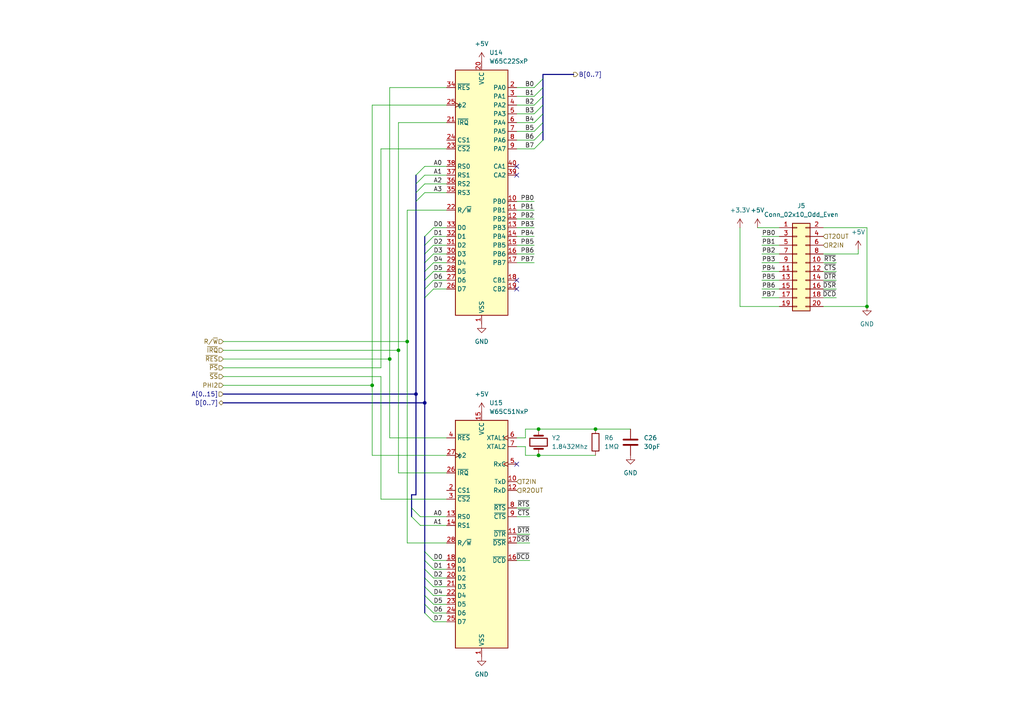
<source format=kicad_sch>
(kicad_sch (version 20230121) (generator eeschema)

  (uuid 732cbd09-795e-4a25-bb7e-90cfcbbc2f99)

  (paper "A4")

  (lib_symbols
    (symbol "Connector_Generic:Conn_02x10_Odd_Even" (pin_names (offset 1.016) hide) (in_bom yes) (on_board yes)
      (property "Reference" "J" (at 1.27 12.7 0)
        (effects (font (size 1.27 1.27)))
      )
      (property "Value" "Conn_02x10_Odd_Even" (at 1.27 -15.24 0)
        (effects (font (size 1.27 1.27)))
      )
      (property "Footprint" "" (at 0 0 0)
        (effects (font (size 1.27 1.27)) hide)
      )
      (property "Datasheet" "~" (at 0 0 0)
        (effects (font (size 1.27 1.27)) hide)
      )
      (property "ki_keywords" "connector" (at 0 0 0)
        (effects (font (size 1.27 1.27)) hide)
      )
      (property "ki_description" "Generic connector, double row, 02x10, odd/even pin numbering scheme (row 1 odd numbers, row 2 even numbers), script generated (kicad-library-utils/schlib/autogen/connector/)" (at 0 0 0)
        (effects (font (size 1.27 1.27)) hide)
      )
      (property "ki_fp_filters" "Connector*:*_2x??_*" (at 0 0 0)
        (effects (font (size 1.27 1.27)) hide)
      )
      (symbol "Conn_02x10_Odd_Even_1_1"
        (rectangle (start -1.27 -12.573) (end 0 -12.827)
          (stroke (width 0.1524) (type default))
          (fill (type none))
        )
        (rectangle (start -1.27 -10.033) (end 0 -10.287)
          (stroke (width 0.1524) (type default))
          (fill (type none))
        )
        (rectangle (start -1.27 -7.493) (end 0 -7.747)
          (stroke (width 0.1524) (type default))
          (fill (type none))
        )
        (rectangle (start -1.27 -4.953) (end 0 -5.207)
          (stroke (width 0.1524) (type default))
          (fill (type none))
        )
        (rectangle (start -1.27 -2.413) (end 0 -2.667)
          (stroke (width 0.1524) (type default))
          (fill (type none))
        )
        (rectangle (start -1.27 0.127) (end 0 -0.127)
          (stroke (width 0.1524) (type default))
          (fill (type none))
        )
        (rectangle (start -1.27 2.667) (end 0 2.413)
          (stroke (width 0.1524) (type default))
          (fill (type none))
        )
        (rectangle (start -1.27 5.207) (end 0 4.953)
          (stroke (width 0.1524) (type default))
          (fill (type none))
        )
        (rectangle (start -1.27 7.747) (end 0 7.493)
          (stroke (width 0.1524) (type default))
          (fill (type none))
        )
        (rectangle (start -1.27 10.287) (end 0 10.033)
          (stroke (width 0.1524) (type default))
          (fill (type none))
        )
        (rectangle (start -1.27 11.43) (end 3.81 -13.97)
          (stroke (width 0.254) (type default))
          (fill (type background))
        )
        (rectangle (start 3.81 -12.573) (end 2.54 -12.827)
          (stroke (width 0.1524) (type default))
          (fill (type none))
        )
        (rectangle (start 3.81 -10.033) (end 2.54 -10.287)
          (stroke (width 0.1524) (type default))
          (fill (type none))
        )
        (rectangle (start 3.81 -7.493) (end 2.54 -7.747)
          (stroke (width 0.1524) (type default))
          (fill (type none))
        )
        (rectangle (start 3.81 -4.953) (end 2.54 -5.207)
          (stroke (width 0.1524) (type default))
          (fill (type none))
        )
        (rectangle (start 3.81 -2.413) (end 2.54 -2.667)
          (stroke (width 0.1524) (type default))
          (fill (type none))
        )
        (rectangle (start 3.81 0.127) (end 2.54 -0.127)
          (stroke (width 0.1524) (type default))
          (fill (type none))
        )
        (rectangle (start 3.81 2.667) (end 2.54 2.413)
          (stroke (width 0.1524) (type default))
          (fill (type none))
        )
        (rectangle (start 3.81 5.207) (end 2.54 4.953)
          (stroke (width 0.1524) (type default))
          (fill (type none))
        )
        (rectangle (start 3.81 7.747) (end 2.54 7.493)
          (stroke (width 0.1524) (type default))
          (fill (type none))
        )
        (rectangle (start 3.81 10.287) (end 2.54 10.033)
          (stroke (width 0.1524) (type default))
          (fill (type none))
        )
        (pin passive line (at -5.08 10.16 0) (length 3.81)
          (name "Pin_1" (effects (font (size 1.27 1.27))))
          (number "1" (effects (font (size 1.27 1.27))))
        )
        (pin passive line (at 7.62 0 180) (length 3.81)
          (name "Pin_10" (effects (font (size 1.27 1.27))))
          (number "10" (effects (font (size 1.27 1.27))))
        )
        (pin passive line (at -5.08 -2.54 0) (length 3.81)
          (name "Pin_11" (effects (font (size 1.27 1.27))))
          (number "11" (effects (font (size 1.27 1.27))))
        )
        (pin passive line (at 7.62 -2.54 180) (length 3.81)
          (name "Pin_12" (effects (font (size 1.27 1.27))))
          (number "12" (effects (font (size 1.27 1.27))))
        )
        (pin passive line (at -5.08 -5.08 0) (length 3.81)
          (name "Pin_13" (effects (font (size 1.27 1.27))))
          (number "13" (effects (font (size 1.27 1.27))))
        )
        (pin passive line (at 7.62 -5.08 180) (length 3.81)
          (name "Pin_14" (effects (font (size 1.27 1.27))))
          (number "14" (effects (font (size 1.27 1.27))))
        )
        (pin passive line (at -5.08 -7.62 0) (length 3.81)
          (name "Pin_15" (effects (font (size 1.27 1.27))))
          (number "15" (effects (font (size 1.27 1.27))))
        )
        (pin passive line (at 7.62 -7.62 180) (length 3.81)
          (name "Pin_16" (effects (font (size 1.27 1.27))))
          (number "16" (effects (font (size 1.27 1.27))))
        )
        (pin passive line (at -5.08 -10.16 0) (length 3.81)
          (name "Pin_17" (effects (font (size 1.27 1.27))))
          (number "17" (effects (font (size 1.27 1.27))))
        )
        (pin passive line (at 7.62 -10.16 180) (length 3.81)
          (name "Pin_18" (effects (font (size 1.27 1.27))))
          (number "18" (effects (font (size 1.27 1.27))))
        )
        (pin passive line (at -5.08 -12.7 0) (length 3.81)
          (name "Pin_19" (effects (font (size 1.27 1.27))))
          (number "19" (effects (font (size 1.27 1.27))))
        )
        (pin passive line (at 7.62 10.16 180) (length 3.81)
          (name "Pin_2" (effects (font (size 1.27 1.27))))
          (number "2" (effects (font (size 1.27 1.27))))
        )
        (pin passive line (at 7.62 -12.7 180) (length 3.81)
          (name "Pin_20" (effects (font (size 1.27 1.27))))
          (number "20" (effects (font (size 1.27 1.27))))
        )
        (pin passive line (at -5.08 7.62 0) (length 3.81)
          (name "Pin_3" (effects (font (size 1.27 1.27))))
          (number "3" (effects (font (size 1.27 1.27))))
        )
        (pin passive line (at 7.62 7.62 180) (length 3.81)
          (name "Pin_4" (effects (font (size 1.27 1.27))))
          (number "4" (effects (font (size 1.27 1.27))))
        )
        (pin passive line (at -5.08 5.08 0) (length 3.81)
          (name "Pin_5" (effects (font (size 1.27 1.27))))
          (number "5" (effects (font (size 1.27 1.27))))
        )
        (pin passive line (at 7.62 5.08 180) (length 3.81)
          (name "Pin_6" (effects (font (size 1.27 1.27))))
          (number "6" (effects (font (size 1.27 1.27))))
        )
        (pin passive line (at -5.08 2.54 0) (length 3.81)
          (name "Pin_7" (effects (font (size 1.27 1.27))))
          (number "7" (effects (font (size 1.27 1.27))))
        )
        (pin passive line (at 7.62 2.54 180) (length 3.81)
          (name "Pin_8" (effects (font (size 1.27 1.27))))
          (number "8" (effects (font (size 1.27 1.27))))
        )
        (pin passive line (at -5.08 0 0) (length 3.81)
          (name "Pin_9" (effects (font (size 1.27 1.27))))
          (number "9" (effects (font (size 1.27 1.27))))
        )
      )
    )
    (symbol "Device:C" (pin_numbers hide) (pin_names (offset 0.254)) (in_bom yes) (on_board yes)
      (property "Reference" "C" (at 0.635 2.54 0)
        (effects (font (size 1.27 1.27)) (justify left))
      )
      (property "Value" "C" (at 0.635 -2.54 0)
        (effects (font (size 1.27 1.27)) (justify left))
      )
      (property "Footprint" "" (at 0.9652 -3.81 0)
        (effects (font (size 1.27 1.27)) hide)
      )
      (property "Datasheet" "~" (at 0 0 0)
        (effects (font (size 1.27 1.27)) hide)
      )
      (property "ki_keywords" "cap capacitor" (at 0 0 0)
        (effects (font (size 1.27 1.27)) hide)
      )
      (property "ki_description" "Unpolarized capacitor" (at 0 0 0)
        (effects (font (size 1.27 1.27)) hide)
      )
      (property "ki_fp_filters" "C_*" (at 0 0 0)
        (effects (font (size 1.27 1.27)) hide)
      )
      (symbol "C_0_1"
        (polyline
          (pts
            (xy -2.032 -0.762)
            (xy 2.032 -0.762)
          )
          (stroke (width 0.508) (type default))
          (fill (type none))
        )
        (polyline
          (pts
            (xy -2.032 0.762)
            (xy 2.032 0.762)
          )
          (stroke (width 0.508) (type default))
          (fill (type none))
        )
      )
      (symbol "C_1_1"
        (pin passive line (at 0 3.81 270) (length 2.794)
          (name "~" (effects (font (size 1.27 1.27))))
          (number "1" (effects (font (size 1.27 1.27))))
        )
        (pin passive line (at 0 -3.81 90) (length 2.794)
          (name "~" (effects (font (size 1.27 1.27))))
          (number "2" (effects (font (size 1.27 1.27))))
        )
      )
    )
    (symbol "Device:Crystal" (pin_numbers hide) (pin_names (offset 1.016) hide) (in_bom yes) (on_board yes)
      (property "Reference" "Y" (at 0 3.81 0)
        (effects (font (size 1.27 1.27)))
      )
      (property "Value" "Crystal" (at 0 -3.81 0)
        (effects (font (size 1.27 1.27)))
      )
      (property "Footprint" "" (at 0 0 0)
        (effects (font (size 1.27 1.27)) hide)
      )
      (property "Datasheet" "~" (at 0 0 0)
        (effects (font (size 1.27 1.27)) hide)
      )
      (property "ki_keywords" "quartz ceramic resonator oscillator" (at 0 0 0)
        (effects (font (size 1.27 1.27)) hide)
      )
      (property "ki_description" "Two pin crystal" (at 0 0 0)
        (effects (font (size 1.27 1.27)) hide)
      )
      (property "ki_fp_filters" "Crystal*" (at 0 0 0)
        (effects (font (size 1.27 1.27)) hide)
      )
      (symbol "Crystal_0_1"
        (rectangle (start -1.143 2.54) (end 1.143 -2.54)
          (stroke (width 0.3048) (type default))
          (fill (type none))
        )
        (polyline
          (pts
            (xy -2.54 0)
            (xy -1.905 0)
          )
          (stroke (width 0) (type default))
          (fill (type none))
        )
        (polyline
          (pts
            (xy -1.905 -1.27)
            (xy -1.905 1.27)
          )
          (stroke (width 0.508) (type default))
          (fill (type none))
        )
        (polyline
          (pts
            (xy 1.905 -1.27)
            (xy 1.905 1.27)
          )
          (stroke (width 0.508) (type default))
          (fill (type none))
        )
        (polyline
          (pts
            (xy 2.54 0)
            (xy 1.905 0)
          )
          (stroke (width 0) (type default))
          (fill (type none))
        )
      )
      (symbol "Crystal_1_1"
        (pin passive line (at -3.81 0 0) (length 1.27)
          (name "1" (effects (font (size 1.27 1.27))))
          (number "1" (effects (font (size 1.27 1.27))))
        )
        (pin passive line (at 3.81 0 180) (length 1.27)
          (name "2" (effects (font (size 1.27 1.27))))
          (number "2" (effects (font (size 1.27 1.27))))
        )
      )
    )
    (symbol "Device:R" (pin_numbers hide) (pin_names (offset 0)) (in_bom yes) (on_board yes)
      (property "Reference" "R" (at 2.032 0 90)
        (effects (font (size 1.27 1.27)))
      )
      (property "Value" "R" (at 0 0 90)
        (effects (font (size 1.27 1.27)))
      )
      (property "Footprint" "" (at -1.778 0 90)
        (effects (font (size 1.27 1.27)) hide)
      )
      (property "Datasheet" "~" (at 0 0 0)
        (effects (font (size 1.27 1.27)) hide)
      )
      (property "ki_keywords" "R res resistor" (at 0 0 0)
        (effects (font (size 1.27 1.27)) hide)
      )
      (property "ki_description" "Resistor" (at 0 0 0)
        (effects (font (size 1.27 1.27)) hide)
      )
      (property "ki_fp_filters" "R_*" (at 0 0 0)
        (effects (font (size 1.27 1.27)) hide)
      )
      (symbol "R_0_1"
        (rectangle (start -1.016 -2.54) (end 1.016 2.54)
          (stroke (width 0.254) (type default))
          (fill (type none))
        )
      )
      (symbol "R_1_1"
        (pin passive line (at 0 3.81 270) (length 1.27)
          (name "~" (effects (font (size 1.27 1.27))))
          (number "1" (effects (font (size 1.27 1.27))))
        )
        (pin passive line (at 0 -3.81 90) (length 1.27)
          (name "~" (effects (font (size 1.27 1.27))))
          (number "2" (effects (font (size 1.27 1.27))))
        )
      )
    )
    (symbol "PCM_65xx-library:W65C22SxP" (in_bom yes) (on_board yes)
      (property "Reference" "U" (at 2.54 40.64 0)
        (effects (font (size 1.27 1.27)) (justify left))
      )
      (property "Value" "W65C22SxP" (at 2.54 38.1 0)
        (effects (font (size 1.27 1.27)) (justify left))
      )
      (property "Footprint" "Package_DIP:DIP-40_W15.24mm" (at 0 50.8 0)
        (effects (font (size 1.27 1.27)) hide)
      )
      (property "Datasheet" "http://www.westerndesigncenter.com/wdc/documentation/w65c22.pdf" (at 0 48.26 0)
        (effects (font (size 1.27 1.27)) hide)
      )
      (property "ki_keywords" "6522 65C22 VIA I/O" (at 0 0 0)
        (effects (font (size 1.27 1.27)) hide)
      )
      (property "ki_description" "CMOS Versatile Interface Adapter (VIA), 20-pin I/O, 2 Timer/Counters, DIP-40" (at 0 0 0)
        (effects (font (size 1.27 1.27)) hide)
      )
      (property "ki_fp_filters" "DIP*W15.24mm*" (at 0 0 0)
        (effects (font (size 1.27 1.27)) hide)
      )
      (symbol "W65C22SxP_0_1"
        (rectangle (start -7.62 35.56) (end 7.62 -35.56)
          (stroke (width 0.254) (type default))
          (fill (type background))
        )
      )
      (symbol "W65C22SxP_1_1"
        (pin power_in line (at 0 -38.1 90) (length 2.54)
          (name "VSS" (effects (font (size 1.27 1.27))))
          (number "1" (effects (font (size 1.27 1.27))))
        )
        (pin bidirectional line (at 10.16 -2.54 180) (length 2.54)
          (name "PB0" (effects (font (size 1.27 1.27))))
          (number "10" (effects (font (size 1.27 1.27))))
        )
        (pin bidirectional line (at 10.16 -5.08 180) (length 2.54)
          (name "PB1" (effects (font (size 1.27 1.27))))
          (number "11" (effects (font (size 1.27 1.27))))
        )
        (pin bidirectional line (at 10.16 -7.62 180) (length 2.54)
          (name "PB2" (effects (font (size 1.27 1.27))))
          (number "12" (effects (font (size 1.27 1.27))))
        )
        (pin bidirectional line (at 10.16 -10.16 180) (length 2.54)
          (name "PB3" (effects (font (size 1.27 1.27))))
          (number "13" (effects (font (size 1.27 1.27))))
        )
        (pin bidirectional line (at 10.16 -12.7 180) (length 2.54)
          (name "PB4" (effects (font (size 1.27 1.27))))
          (number "14" (effects (font (size 1.27 1.27))))
        )
        (pin bidirectional line (at 10.16 -15.24 180) (length 2.54)
          (name "PB5" (effects (font (size 1.27 1.27))))
          (number "15" (effects (font (size 1.27 1.27))))
        )
        (pin bidirectional line (at 10.16 -17.78 180) (length 2.54)
          (name "PB6" (effects (font (size 1.27 1.27))))
          (number "16" (effects (font (size 1.27 1.27))))
        )
        (pin bidirectional line (at 10.16 -20.32 180) (length 2.54)
          (name "PB7" (effects (font (size 1.27 1.27))))
          (number "17" (effects (font (size 1.27 1.27))))
        )
        (pin input line (at 10.16 -25.4 180) (length 2.54)
          (name "CB1" (effects (font (size 1.27 1.27))))
          (number "18" (effects (font (size 1.27 1.27))))
        )
        (pin bidirectional line (at 10.16 -27.94 180) (length 2.54)
          (name "CB2" (effects (font (size 1.27 1.27))))
          (number "19" (effects (font (size 1.27 1.27))))
        )
        (pin bidirectional line (at 10.16 30.48 180) (length 2.54)
          (name "PA0" (effects (font (size 1.27 1.27))))
          (number "2" (effects (font (size 1.27 1.27))))
        )
        (pin power_in line (at 0 38.1 270) (length 2.54)
          (name "VCC" (effects (font (size 1.27 1.27))))
          (number "20" (effects (font (size 1.27 1.27))))
        )
        (pin output line (at -10.16 20.32 0) (length 2.54)
          (name "~{IRQ}" (effects (font (size 1.27 1.27))))
          (number "21" (effects (font (size 1.27 1.27))))
        )
        (pin input line (at -10.16 -5.08 0) (length 2.54)
          (name "R/~{W}" (effects (font (size 1.27 1.27))))
          (number "22" (effects (font (size 1.27 1.27))))
        )
        (pin input line (at -10.16 12.7 0) (length 2.54)
          (name "~{CS2}" (effects (font (size 1.27 1.27))))
          (number "23" (effects (font (size 1.27 1.27))))
        )
        (pin input line (at -10.16 15.24 0) (length 2.54)
          (name "CS1" (effects (font (size 1.27 1.27))))
          (number "24" (effects (font (size 1.27 1.27))))
        )
        (pin input clock (at -10.16 25.4 0) (length 2.54)
          (name "ϕ2" (effects (font (size 1.27 1.27))))
          (number "25" (effects (font (size 1.27 1.27))))
        )
        (pin bidirectional line (at -10.16 -27.94 0) (length 2.54)
          (name "D7" (effects (font (size 1.27 1.27))))
          (number "26" (effects (font (size 1.27 1.27))))
        )
        (pin bidirectional line (at -10.16 -25.4 0) (length 2.54)
          (name "D6" (effects (font (size 1.27 1.27))))
          (number "27" (effects (font (size 1.27 1.27))))
        )
        (pin bidirectional line (at -10.16 -22.86 0) (length 2.54)
          (name "D5" (effects (font (size 1.27 1.27))))
          (number "28" (effects (font (size 1.27 1.27))))
        )
        (pin bidirectional line (at -10.16 -20.32 0) (length 2.54)
          (name "D4" (effects (font (size 1.27 1.27))))
          (number "29" (effects (font (size 1.27 1.27))))
        )
        (pin bidirectional line (at 10.16 27.94 180) (length 2.54)
          (name "PA1" (effects (font (size 1.27 1.27))))
          (number "3" (effects (font (size 1.27 1.27))))
        )
        (pin bidirectional line (at -10.16 -17.78 0) (length 2.54)
          (name "D3" (effects (font (size 1.27 1.27))))
          (number "30" (effects (font (size 1.27 1.27))))
        )
        (pin bidirectional line (at -10.16 -15.24 0) (length 2.54)
          (name "D2" (effects (font (size 1.27 1.27))))
          (number "31" (effects (font (size 1.27 1.27))))
        )
        (pin bidirectional line (at -10.16 -12.7 0) (length 2.54)
          (name "D1" (effects (font (size 1.27 1.27))))
          (number "32" (effects (font (size 1.27 1.27))))
        )
        (pin bidirectional line (at -10.16 -10.16 0) (length 2.54)
          (name "D0" (effects (font (size 1.27 1.27))))
          (number "33" (effects (font (size 1.27 1.27))))
        )
        (pin input line (at -10.16 30.48 0) (length 2.54)
          (name "~{RES}" (effects (font (size 1.27 1.27))))
          (number "34" (effects (font (size 1.27 1.27))))
        )
        (pin input line (at -10.16 0 0) (length 2.54)
          (name "RS3" (effects (font (size 1.27 1.27))))
          (number "35" (effects (font (size 1.27 1.27))))
        )
        (pin input line (at -10.16 2.54 0) (length 2.54)
          (name "RS2" (effects (font (size 1.27 1.27))))
          (number "36" (effects (font (size 1.27 1.27))))
        )
        (pin input line (at -10.16 5.08 0) (length 2.54)
          (name "RS1" (effects (font (size 1.27 1.27))))
          (number "37" (effects (font (size 1.27 1.27))))
        )
        (pin input line (at -10.16 7.62 0) (length 2.54)
          (name "RS0" (effects (font (size 1.27 1.27))))
          (number "38" (effects (font (size 1.27 1.27))))
        )
        (pin bidirectional line (at 10.16 5.08 180) (length 2.54)
          (name "CA2" (effects (font (size 1.27 1.27))))
          (number "39" (effects (font (size 1.27 1.27))))
        )
        (pin bidirectional line (at 10.16 25.4 180) (length 2.54)
          (name "PA2" (effects (font (size 1.27 1.27))))
          (number "4" (effects (font (size 1.27 1.27))))
        )
        (pin input line (at 10.16 7.62 180) (length 2.54)
          (name "CA1" (effects (font (size 1.27 1.27))))
          (number "40" (effects (font (size 1.27 1.27))))
        )
        (pin bidirectional line (at 10.16 22.86 180) (length 2.54)
          (name "PA3" (effects (font (size 1.27 1.27))))
          (number "5" (effects (font (size 1.27 1.27))))
        )
        (pin bidirectional line (at 10.16 20.32 180) (length 2.54)
          (name "PA4" (effects (font (size 1.27 1.27))))
          (number "6" (effects (font (size 1.27 1.27))))
        )
        (pin bidirectional line (at 10.16 17.78 180) (length 2.54)
          (name "PA5" (effects (font (size 1.27 1.27))))
          (number "7" (effects (font (size 1.27 1.27))))
        )
        (pin bidirectional line (at 10.16 15.24 180) (length 2.54)
          (name "PA6" (effects (font (size 1.27 1.27))))
          (number "8" (effects (font (size 1.27 1.27))))
        )
        (pin bidirectional line (at 10.16 12.7 180) (length 2.54)
          (name "PA7" (effects (font (size 1.27 1.27))))
          (number "9" (effects (font (size 1.27 1.27))))
        )
      )
    )
    (symbol "PCM_65xx-library:W65C51NxP" (in_bom yes) (on_board yes)
      (property "Reference" "U" (at 2.54 38.1 0)
        (effects (font (size 1.27 1.27)) (justify left))
      )
      (property "Value" "W65C51NxP" (at 2.54 35.56 0)
        (effects (font (size 1.27 1.27)) (justify left))
      )
      (property "Footprint" "Package_DIP:DIP-28_W15.24mm" (at 0 48.26 0)
        (effects (font (size 1.27 1.27)) hide)
      )
      (property "Datasheet" "http://www.westerndesigncenter.com/wdc/documentation/w65c51n.pdf" (at 0 45.72 0)
        (effects (font (size 1.27 1.27)) hide)
      )
      (property "ki_keywords" "6551 65C51 ACIA UART" (at 0 0 0)
        (effects (font (size 1.27 1.27)) hide)
      )
      (property "ki_description" "CMOS Asynchronous Communication Interface Adapter (ACIA), Serial UART, DIP-28" (at 0 0 0)
        (effects (font (size 1.27 1.27)) hide)
      )
      (property "ki_fp_filters" "DIP*W15.24mm*" (at 0 0 0)
        (effects (font (size 1.27 1.27)) hide)
      )
      (symbol "W65C51NxP_0_1"
        (rectangle (start -7.62 33.02) (end 7.62 -33.02)
          (stroke (width 0.254) (type default))
          (fill (type background))
        )
      )
      (symbol "W65C51NxP_1_1"
        (pin power_in line (at 0 -35.56 90) (length 2.54)
          (name "VSS" (effects (font (size 1.27 1.27))))
          (number "1" (effects (font (size 1.27 1.27))))
        )
        (pin output line (at 10.16 15.24 180) (length 2.54)
          (name "TxD" (effects (font (size 1.27 1.27))))
          (number "10" (effects (font (size 1.27 1.27))))
        )
        (pin output line (at 10.16 0 180) (length 2.54)
          (name "~{DTR}" (effects (font (size 1.27 1.27))))
          (number "11" (effects (font (size 1.27 1.27))))
        )
        (pin input line (at 10.16 12.7 180) (length 2.54)
          (name "RxD" (effects (font (size 1.27 1.27))))
          (number "12" (effects (font (size 1.27 1.27))))
        )
        (pin input line (at -10.16 5.08 0) (length 2.54)
          (name "RS0" (effects (font (size 1.27 1.27))))
          (number "13" (effects (font (size 1.27 1.27))))
        )
        (pin input line (at -10.16 2.54 0) (length 2.54)
          (name "RS1" (effects (font (size 1.27 1.27))))
          (number "14" (effects (font (size 1.27 1.27))))
        )
        (pin power_in line (at 0 35.56 270) (length 2.54)
          (name "VCC" (effects (font (size 1.27 1.27))))
          (number "15" (effects (font (size 1.27 1.27))))
        )
        (pin input line (at 10.16 -7.62 180) (length 2.54)
          (name "~{DCD}" (effects (font (size 1.27 1.27))))
          (number "16" (effects (font (size 1.27 1.27))))
        )
        (pin input line (at 10.16 -2.54 180) (length 2.54)
          (name "~{DSR}" (effects (font (size 1.27 1.27))))
          (number "17" (effects (font (size 1.27 1.27))))
        )
        (pin bidirectional line (at -10.16 -7.62 0) (length 2.54)
          (name "D0" (effects (font (size 1.27 1.27))))
          (number "18" (effects (font (size 1.27 1.27))))
        )
        (pin bidirectional line (at -10.16 -10.16 0) (length 2.54)
          (name "D1" (effects (font (size 1.27 1.27))))
          (number "19" (effects (font (size 1.27 1.27))))
        )
        (pin input line (at -10.16 12.7 0) (length 2.54)
          (name "CS1" (effects (font (size 1.27 1.27))))
          (number "2" (effects (font (size 1.27 1.27))))
        )
        (pin bidirectional line (at -10.16 -12.7 0) (length 2.54)
          (name "D2" (effects (font (size 1.27 1.27))))
          (number "20" (effects (font (size 1.27 1.27))))
        )
        (pin bidirectional line (at -10.16 -15.24 0) (length 2.54)
          (name "D3" (effects (font (size 1.27 1.27))))
          (number "21" (effects (font (size 1.27 1.27))))
        )
        (pin bidirectional line (at -10.16 -17.78 0) (length 2.54)
          (name "D4" (effects (font (size 1.27 1.27))))
          (number "22" (effects (font (size 1.27 1.27))))
        )
        (pin bidirectional line (at -10.16 -20.32 0) (length 2.54)
          (name "D5" (effects (font (size 1.27 1.27))))
          (number "23" (effects (font (size 1.27 1.27))))
        )
        (pin bidirectional line (at -10.16 -22.86 0) (length 2.54)
          (name "D6" (effects (font (size 1.27 1.27))))
          (number "24" (effects (font (size 1.27 1.27))))
        )
        (pin bidirectional line (at -10.16 -25.4 0) (length 2.54)
          (name "D7" (effects (font (size 1.27 1.27))))
          (number "25" (effects (font (size 1.27 1.27))))
        )
        (pin open_collector line (at -10.16 17.78 0) (length 2.54)
          (name "~{IRQ}" (effects (font (size 1.27 1.27))))
          (number "26" (effects (font (size 1.27 1.27))))
        )
        (pin input clock (at -10.16 22.86 0) (length 2.54)
          (name "ϕ2" (effects (font (size 1.27 1.27))))
          (number "27" (effects (font (size 1.27 1.27))))
        )
        (pin input line (at -10.16 -2.54 0) (length 2.54)
          (name "R/~{W}" (effects (font (size 1.27 1.27))))
          (number "28" (effects (font (size 1.27 1.27))))
        )
        (pin input line (at -10.16 10.16 0) (length 2.54)
          (name "~{CS2}" (effects (font (size 1.27 1.27))))
          (number "3" (effects (font (size 1.27 1.27))))
        )
        (pin input line (at -10.16 27.94 0) (length 2.54)
          (name "~{RES}" (effects (font (size 1.27 1.27))))
          (number "4" (effects (font (size 1.27 1.27))))
        )
        (pin bidirectional clock (at 10.16 20.32 180) (length 2.54)
          (name "RxC" (effects (font (size 1.27 1.27))))
          (number "5" (effects (font (size 1.27 1.27))))
        )
        (pin input clock (at 10.16 27.94 180) (length 2.54)
          (name "XTAL1" (effects (font (size 1.27 1.27))))
          (number "6" (effects (font (size 1.27 1.27))))
        )
        (pin output line (at 10.16 25.4 180) (length 2.54)
          (name "XTAL2" (effects (font (size 1.27 1.27))))
          (number "7" (effects (font (size 1.27 1.27))))
        )
        (pin output line (at 10.16 7.62 180) (length 2.54)
          (name "~{RTS}" (effects (font (size 1.27 1.27))))
          (number "8" (effects (font (size 1.27 1.27))))
        )
        (pin input line (at 10.16 5.08 180) (length 2.54)
          (name "~{CTS}" (effects (font (size 1.27 1.27))))
          (number "9" (effects (font (size 1.27 1.27))))
        )
      )
    )
    (symbol "power:+3.3V" (power) (pin_names (offset 0)) (in_bom yes) (on_board yes)
      (property "Reference" "#PWR" (at 0 -3.81 0)
        (effects (font (size 1.27 1.27)) hide)
      )
      (property "Value" "+3.3V" (at 0 3.556 0)
        (effects (font (size 1.27 1.27)))
      )
      (property "Footprint" "" (at 0 0 0)
        (effects (font (size 1.27 1.27)) hide)
      )
      (property "Datasheet" "" (at 0 0 0)
        (effects (font (size 1.27 1.27)) hide)
      )
      (property "ki_keywords" "global power" (at 0 0 0)
        (effects (font (size 1.27 1.27)) hide)
      )
      (property "ki_description" "Power symbol creates a global label with name \"+3.3V\"" (at 0 0 0)
        (effects (font (size 1.27 1.27)) hide)
      )
      (symbol "+3.3V_0_1"
        (polyline
          (pts
            (xy -0.762 1.27)
            (xy 0 2.54)
          )
          (stroke (width 0) (type default))
          (fill (type none))
        )
        (polyline
          (pts
            (xy 0 0)
            (xy 0 2.54)
          )
          (stroke (width 0) (type default))
          (fill (type none))
        )
        (polyline
          (pts
            (xy 0 2.54)
            (xy 0.762 1.27)
          )
          (stroke (width 0) (type default))
          (fill (type none))
        )
      )
      (symbol "+3.3V_1_1"
        (pin power_in line (at 0 0 90) (length 0) hide
          (name "+3.3V" (effects (font (size 1.27 1.27))))
          (number "1" (effects (font (size 1.27 1.27))))
        )
      )
    )
    (symbol "power:+5V" (power) (pin_names (offset 0)) (in_bom yes) (on_board yes)
      (property "Reference" "#PWR" (at 0 -3.81 0)
        (effects (font (size 1.27 1.27)) hide)
      )
      (property "Value" "+5V" (at 0 3.556 0)
        (effects (font (size 1.27 1.27)))
      )
      (property "Footprint" "" (at 0 0 0)
        (effects (font (size 1.27 1.27)) hide)
      )
      (property "Datasheet" "" (at 0 0 0)
        (effects (font (size 1.27 1.27)) hide)
      )
      (property "ki_keywords" "global power" (at 0 0 0)
        (effects (font (size 1.27 1.27)) hide)
      )
      (property "ki_description" "Power symbol creates a global label with name \"+5V\"" (at 0 0 0)
        (effects (font (size 1.27 1.27)) hide)
      )
      (symbol "+5V_0_1"
        (polyline
          (pts
            (xy -0.762 1.27)
            (xy 0 2.54)
          )
          (stroke (width 0) (type default))
          (fill (type none))
        )
        (polyline
          (pts
            (xy 0 0)
            (xy 0 2.54)
          )
          (stroke (width 0) (type default))
          (fill (type none))
        )
        (polyline
          (pts
            (xy 0 2.54)
            (xy 0.762 1.27)
          )
          (stroke (width 0) (type default))
          (fill (type none))
        )
      )
      (symbol "+5V_1_1"
        (pin power_in line (at 0 0 90) (length 0) hide
          (name "+5V" (effects (font (size 1.27 1.27))))
          (number "1" (effects (font (size 1.27 1.27))))
        )
      )
    )
    (symbol "power:GND" (power) (pin_names (offset 0)) (in_bom yes) (on_board yes)
      (property "Reference" "#PWR" (at 0 -6.35 0)
        (effects (font (size 1.27 1.27)) hide)
      )
      (property "Value" "GND" (at 0 -3.81 0)
        (effects (font (size 1.27 1.27)))
      )
      (property "Footprint" "" (at 0 0 0)
        (effects (font (size 1.27 1.27)) hide)
      )
      (property "Datasheet" "" (at 0 0 0)
        (effects (font (size 1.27 1.27)) hide)
      )
      (property "ki_keywords" "global power" (at 0 0 0)
        (effects (font (size 1.27 1.27)) hide)
      )
      (property "ki_description" "Power symbol creates a global label with name \"GND\" , ground" (at 0 0 0)
        (effects (font (size 1.27 1.27)) hide)
      )
      (symbol "GND_0_1"
        (polyline
          (pts
            (xy 0 0)
            (xy 0 -1.27)
            (xy 1.27 -1.27)
            (xy 0 -2.54)
            (xy -1.27 -1.27)
            (xy 0 -1.27)
          )
          (stroke (width 0) (type default))
          (fill (type none))
        )
      )
      (symbol "GND_1_1"
        (pin power_in line (at 0 0 270) (length 0) hide
          (name "GND" (effects (font (size 1.27 1.27))))
          (number "1" (effects (font (size 1.27 1.27))))
        )
      )
    )
  )

  (junction (at 113.03 104.14) (diameter 0) (color 0 0 0 0)
    (uuid 0c7ac25b-6217-4689-9129-def0da17553b)
  )
  (junction (at 123.19 116.84) (diameter 0) (color 0 0 0 0)
    (uuid 2bd1b155-7489-4c84-afa8-312da363eae3)
  )
  (junction (at 156.21 124.46) (diameter 0) (color 0 0 0 0)
    (uuid 4c21f1cd-ac6b-4d1a-92b2-42e8150486c7)
  )
  (junction (at 172.72 124.46) (diameter 0) (color 0 0 0 0)
    (uuid 4cc6cd9c-ee45-4eb5-bee3-3f9158f90e7c)
  )
  (junction (at 107.95 111.76) (diameter 0) (color 0 0 0 0)
    (uuid 8367ac7a-b26d-4827-ab20-7a361db1616a)
  )
  (junction (at 118.11 99.06) (diameter 0) (color 0 0 0 0)
    (uuid 90e75a6f-3ce7-4f5f-b7ac-f0e66f5ef33f)
  )
  (junction (at 251.46 88.9) (diameter 0) (color 0 0 0 0)
    (uuid 935c484f-7b4b-4345-8723-950197a7dc06)
  )
  (junction (at 115.57 101.6) (diameter 0) (color 0 0 0 0)
    (uuid a60265af-ceff-4fa2-9c94-6c721795ee12)
  )
  (junction (at 156.21 132.08) (diameter 0) (color 0 0 0 0)
    (uuid d6ca460a-33dc-4088-a31f-cbdac7c71e92)
  )
  (junction (at 120.65 114.3) (diameter 0) (color 0 0 0 0)
    (uuid d83b9dd1-78f7-4c34-b6bc-0603b084c8cc)
  )

  (no_connect (at 149.86 83.82) (uuid b4b695c2-c653-4721-a323-d21507453c44))
  (no_connect (at 149.86 134.62) (uuid c5c53d94-96a5-47ba-acb7-fcd67768d8e5))
  (no_connect (at 149.86 81.28) (uuid c6b26682-03c6-490c-a015-d19100227149))
  (no_connect (at 149.86 48.26) (uuid ccd947f2-d480-4eaf-9285-cacd27d984cc))
  (no_connect (at 149.86 50.8) (uuid e17c3c23-2287-40c3-af3c-ad60eaad6737))

  (bus_entry (at 125.73 76.2) (size -2.54 2.54)
    (stroke (width 0) (type default))
    (uuid 040215b8-1554-4d87-a505-d244f920af48)
  )
  (bus_entry (at 125.73 66.04) (size -2.54 2.54)
    (stroke (width 0) (type default))
    (uuid 09eb151d-64c1-4f7e-8820-a9cea76fd70d)
  )
  (bus_entry (at 123.19 53.34) (size -2.54 2.54)
    (stroke (width 0) (type default))
    (uuid 0cf2e2f1-8a9b-486d-9239-69cc8f0a9921)
  )
  (bus_entry (at 157.48 35.56) (size -2.54 2.54)
    (stroke (width 0) (type default))
    (uuid 0df9aa47-c8e3-41d0-8a54-d17c0dbf31b9)
  )
  (bus_entry (at 125.73 78.74) (size -2.54 2.54)
    (stroke (width 0) (type default))
    (uuid 0f8476dd-ff9d-4ea8-9231-b2771dac10e1)
  )
  (bus_entry (at 125.73 68.58) (size -2.54 2.54)
    (stroke (width 0) (type default))
    (uuid 1b7d8c2f-1053-4dfd-a06a-df51ec9a9894)
  )
  (bus_entry (at 125.73 71.12) (size -2.54 2.54)
    (stroke (width 0) (type default))
    (uuid 27e0134f-117f-4eb1-a5db-808bdf970444)
  )
  (bus_entry (at 125.73 162.56) (size -2.54 -2.54)
    (stroke (width 0) (type default))
    (uuid 3aafc113-5a2c-4f70-bc4a-aad805addd30)
  )
  (bus_entry (at 157.48 38.1) (size -2.54 2.54)
    (stroke (width 0) (type default))
    (uuid 41663ab2-a663-419c-9faa-913f24bb2e68)
  )
  (bus_entry (at 157.48 33.02) (size -2.54 2.54)
    (stroke (width 0) (type default))
    (uuid 4cec16e2-a72d-4d4d-b892-5702f2335105)
  )
  (bus_entry (at 157.48 30.48) (size -2.54 2.54)
    (stroke (width 0) (type default))
    (uuid 5ad6faf5-0255-46e8-9dbf-6f1ab7463f29)
  )
  (bus_entry (at 125.73 167.64) (size -2.54 -2.54)
    (stroke (width 0) (type default))
    (uuid 6514e449-f60a-4fdd-a431-ad7936b4e027)
  )
  (bus_entry (at 123.19 48.26) (size -2.54 2.54)
    (stroke (width 0) (type default))
    (uuid 78a71d8e-f49f-431c-aad8-945d55e6813b)
  )
  (bus_entry (at 125.73 180.34) (size -2.54 -2.54)
    (stroke (width 0) (type default))
    (uuid 7b582744-f541-4739-b482-0ea5841e641b)
  )
  (bus_entry (at 123.19 55.88) (size -2.54 2.54)
    (stroke (width 0) (type default))
    (uuid 86548344-0201-49c2-9b71-b90fba1ebabe)
  )
  (bus_entry (at 125.73 83.82) (size -2.54 2.54)
    (stroke (width 0) (type default))
    (uuid 8710365e-11ba-413c-891d-290fa92e078c)
  )
  (bus_entry (at 121.92 149.86) (size -2.54 -2.54)
    (stroke (width 0) (type default))
    (uuid aa23a264-2fb6-4fa3-9594-c1b6186de41d)
  )
  (bus_entry (at 121.92 152.4) (size -2.54 -2.54)
    (stroke (width 0) (type default))
    (uuid b8b5ac0a-532e-43f7-83f8-7d2b1f7be732)
  )
  (bus_entry (at 123.19 50.8) (size -2.54 2.54)
    (stroke (width 0) (type default))
    (uuid c2ca4b46-778d-47a0-a35c-9d3123d1308e)
  )
  (bus_entry (at 125.73 175.26) (size -2.54 -2.54)
    (stroke (width 0) (type default))
    (uuid c9d6f666-c54a-4d48-b0f8-268f7cfe4f5b)
  )
  (bus_entry (at 125.73 170.18) (size -2.54 -2.54)
    (stroke (width 0) (type default))
    (uuid c9f5ca45-f3e4-4ea0-8a63-ca4e54e8ce3b)
  )
  (bus_entry (at 125.73 165.1) (size -2.54 -2.54)
    (stroke (width 0) (type default))
    (uuid cadad52e-bcfb-4d84-81be-112834132051)
  )
  (bus_entry (at 125.73 172.72) (size -2.54 -2.54)
    (stroke (width 0) (type default))
    (uuid cc06856c-d490-4e42-89de-6ae04a034e5e)
  )
  (bus_entry (at 125.73 177.8) (size -2.54 -2.54)
    (stroke (width 0) (type default))
    (uuid d2fa0144-27be-42e1-bce4-d708c33f86f9)
  )
  (bus_entry (at 157.48 22.86) (size -2.54 2.54)
    (stroke (width 0) (type default))
    (uuid d73df29c-6639-4695-9f58-8214b0edc899)
  )
  (bus_entry (at 157.48 27.94) (size -2.54 2.54)
    (stroke (width 0) (type default))
    (uuid d856d434-86e7-423b-be13-b435c9e912bb)
  )
  (bus_entry (at 125.73 81.28) (size -2.54 2.54)
    (stroke (width 0) (type default))
    (uuid ddca941a-4f45-4420-a531-178a81ed259f)
  )
  (bus_entry (at 157.48 25.4) (size -2.54 2.54)
    (stroke (width 0) (type default))
    (uuid e63ad0f4-818a-490d-b0bc-0246749c9890)
  )
  (bus_entry (at 125.73 73.66) (size -2.54 2.54)
    (stroke (width 0) (type default))
    (uuid f3f03e0a-7545-408b-a15f-e633be51a70d)
  )
  (bus_entry (at 157.48 40.64) (size -2.54 2.54)
    (stroke (width 0) (type default))
    (uuid f4f04f90-43e4-4e56-90c7-269395f976ce)
  )

  (bus (pts (xy 64.77 116.84) (xy 123.19 116.84))
    (stroke (width 0) (type default))
    (uuid 0078fd80-08ad-4311-87d8-237c40b4a360)
  )
  (bus (pts (xy 120.65 114.3) (xy 120.65 58.42))
    (stroke (width 0) (type default))
    (uuid 00f93e72-ef4a-45e1-bf2a-225c0ce779b8)
  )

  (wire (pts (xy 226.06 83.82) (xy 220.98 83.82))
    (stroke (width 0) (type default))
    (uuid 048552fe-8307-4b91-b726-2a8b6a06d5b8)
  )
  (wire (pts (xy 242.57 86.36) (xy 238.76 86.36))
    (stroke (width 0) (type default))
    (uuid 052f0c77-cca3-49c6-8ced-315c24028314)
  )
  (wire (pts (xy 64.77 99.06) (xy 118.11 99.06))
    (stroke (width 0) (type default))
    (uuid 06c8e00d-8d7b-4cad-aec9-4b09b9a6b264)
  )
  (wire (pts (xy 113.03 104.14) (xy 113.03 127))
    (stroke (width 0) (type default))
    (uuid 06ca02c1-6070-47b5-93b5-75650ca1b6ef)
  )
  (wire (pts (xy 129.54 50.8) (xy 123.19 50.8))
    (stroke (width 0) (type default))
    (uuid 097aad15-b175-4531-9d57-e3608a6ad251)
  )
  (wire (pts (xy 107.95 132.08) (xy 129.54 132.08))
    (stroke (width 0) (type default))
    (uuid 0abb7035-73b8-449d-9f97-bc6c9bfab28b)
  )
  (wire (pts (xy 214.63 66.04) (xy 214.63 88.9))
    (stroke (width 0) (type default))
    (uuid 0af32e00-2191-46df-b733-da8aa479b958)
  )
  (wire (pts (xy 113.03 104.14) (xy 113.03 25.4))
    (stroke (width 0) (type default))
    (uuid 0c8fe077-528a-44c5-8fd8-cbc5f8b8e2f7)
  )
  (wire (pts (xy 115.57 137.16) (xy 129.54 137.16))
    (stroke (width 0) (type default))
    (uuid 0fc5cf99-6051-432c-9048-9727d38efcfd)
  )
  (bus (pts (xy 119.38 143.51) (xy 120.65 143.51))
    (stroke (width 0) (type default))
    (uuid 126d57ce-d73e-48be-9977-395a31ef02f3)
  )

  (wire (pts (xy 64.77 111.76) (xy 107.95 111.76))
    (stroke (width 0) (type default))
    (uuid 13b4d5c8-2ff2-4da3-9491-e312f773005a)
  )
  (wire (pts (xy 149.86 38.1) (xy 154.94 38.1))
    (stroke (width 0) (type default))
    (uuid 14f463a5-513f-49c7-a8ed-ea41eb7d2edb)
  )
  (wire (pts (xy 123.19 53.34) (xy 129.54 53.34))
    (stroke (width 0) (type default))
    (uuid 17eabdf2-1b7a-49c3-bdae-9b094755e018)
  )
  (bus (pts (xy 123.19 177.8) (xy 123.19 175.26))
    (stroke (width 0) (type default))
    (uuid 1a4cc7b6-370a-4590-a644-7b6b9f160b14)
  )

  (wire (pts (xy 152.4 127) (xy 149.86 127))
    (stroke (width 0) (type default))
    (uuid 1f0393a8-6a0f-4a36-92b8-421f91a83a63)
  )
  (wire (pts (xy 149.86 63.5) (xy 154.94 63.5))
    (stroke (width 0) (type default))
    (uuid 1f42888f-e630-4066-acbe-5af8617ce1c2)
  )
  (wire (pts (xy 214.63 88.9) (xy 226.06 88.9))
    (stroke (width 0) (type default))
    (uuid 20085533-79e1-4e09-b96c-e5f2729c408c)
  )
  (wire (pts (xy 153.67 149.86) (xy 149.86 149.86))
    (stroke (width 0) (type default))
    (uuid 20948d14-fada-4955-a453-eea242157338)
  )
  (wire (pts (xy 110.49 43.18) (xy 129.54 43.18))
    (stroke (width 0) (type default))
    (uuid 214df82c-ff88-4f2e-aa3a-6b2709eb0fd2)
  )
  (wire (pts (xy 153.67 157.48) (xy 149.86 157.48))
    (stroke (width 0) (type default))
    (uuid 23ed9e23-565b-4039-9807-bb8b6e5a8932)
  )
  (wire (pts (xy 129.54 180.34) (xy 125.73 180.34))
    (stroke (width 0) (type default))
    (uuid 249df7d1-c025-4a04-aab7-82a1b916d5dd)
  )
  (wire (pts (xy 113.03 25.4) (xy 129.54 25.4))
    (stroke (width 0) (type default))
    (uuid 24dc92f6-5949-4b50-9525-b826078fa12a)
  )
  (bus (pts (xy 120.65 50.8) (xy 120.65 53.34))
    (stroke (width 0) (type default))
    (uuid 2833cab9-a1fd-4351-9235-3d7fb6d1bfd8)
  )

  (wire (pts (xy 149.86 71.12) (xy 154.94 71.12))
    (stroke (width 0) (type default))
    (uuid 28aead0a-0ff6-408a-803c-79a04cd11222)
  )
  (wire (pts (xy 226.06 81.28) (xy 220.98 81.28))
    (stroke (width 0) (type default))
    (uuid 29d7131e-4ed1-4db2-b73a-7ed37ef6fc2c)
  )
  (wire (pts (xy 172.72 124.46) (xy 182.88 124.46))
    (stroke (width 0) (type default))
    (uuid 2cfa73a3-7501-4783-84d3-ce57a48af1bb)
  )
  (bus (pts (xy 123.19 81.28) (xy 123.19 83.82))
    (stroke (width 0) (type default))
    (uuid 2d30eee0-6961-41a3-b276-8b72dbcfd521)
  )

  (wire (pts (xy 118.11 157.48) (xy 129.54 157.48))
    (stroke (width 0) (type default))
    (uuid 2e1993a6-52ea-4721-bc8b-057fe005511e)
  )
  (wire (pts (xy 149.86 76.2) (xy 154.94 76.2))
    (stroke (width 0) (type default))
    (uuid 2e2b67a2-67a5-4129-91cd-188a7b2e17c7)
  )
  (bus (pts (xy 157.48 35.56) (xy 157.48 33.02))
    (stroke (width 0) (type default))
    (uuid 30f08cbd-a747-4f24-95e0-324cd71e02be)
  )

  (wire (pts (xy 129.54 167.64) (xy 125.73 167.64))
    (stroke (width 0) (type default))
    (uuid 36dd130e-2181-4a54-9099-e2d4a162c075)
  )
  (wire (pts (xy 129.54 78.74) (xy 125.73 78.74))
    (stroke (width 0) (type default))
    (uuid 36f25965-47c4-46ba-89dc-fd104635e649)
  )
  (wire (pts (xy 107.95 111.76) (xy 107.95 30.48))
    (stroke (width 0) (type default))
    (uuid 3b21e721-c720-4a9d-be3b-a691e5ae333f)
  )
  (bus (pts (xy 123.19 172.72) (xy 123.19 170.18))
    (stroke (width 0) (type default))
    (uuid 3d4bb98d-0bf0-4d27-af26-663dbd7925a4)
  )
  (bus (pts (xy 123.19 165.1) (xy 123.19 162.56))
    (stroke (width 0) (type default))
    (uuid 3d9564f8-862b-49ee-b88b-25d9bad31869)
  )

  (wire (pts (xy 115.57 35.56) (xy 129.54 35.56))
    (stroke (width 0) (type default))
    (uuid 3f52ddb0-4cfc-473c-86da-48a8fc70f907)
  )
  (wire (pts (xy 149.86 35.56) (xy 154.94 35.56))
    (stroke (width 0) (type default))
    (uuid 42761f41-ccb8-4c7d-aacc-b080a074babc)
  )
  (wire (pts (xy 226.06 68.58) (xy 220.98 68.58))
    (stroke (width 0) (type default))
    (uuid 433ca4a7-6a3b-4971-bcd5-e23e53dee247)
  )
  (wire (pts (xy 64.77 106.68) (xy 110.49 106.68))
    (stroke (width 0) (type default))
    (uuid 46e3b23f-9097-4f37-9eb9-3d1853d4fdef)
  )
  (wire (pts (xy 121.92 149.86) (xy 129.54 149.86))
    (stroke (width 0) (type default))
    (uuid 4e4df678-b4ac-47fe-a690-1b31cd5b442c)
  )
  (bus (pts (xy 123.19 68.58) (xy 123.19 71.12))
    (stroke (width 0) (type default))
    (uuid 4f2253f4-fdf1-48d1-a34f-1422e9dfa707)
  )

  (wire (pts (xy 149.86 58.42) (xy 154.94 58.42))
    (stroke (width 0) (type default))
    (uuid 4f4813a3-76ba-4af2-b094-67d769d7359a)
  )
  (wire (pts (xy 129.54 162.56) (xy 125.73 162.56))
    (stroke (width 0) (type default))
    (uuid 4fa01b4f-74c2-4008-86fe-383cbf2242a9)
  )
  (bus (pts (xy 120.65 53.34) (xy 120.65 55.88))
    (stroke (width 0) (type default))
    (uuid 51003cf5-a288-4d24-97c9-42aeddda8d44)
  )

  (wire (pts (xy 110.49 109.22) (xy 110.49 144.78))
    (stroke (width 0) (type default))
    (uuid 5255ad16-425a-45de-bb55-3f31cd80b7e1)
  )
  (wire (pts (xy 129.54 175.26) (xy 125.73 175.26))
    (stroke (width 0) (type default))
    (uuid 5413c659-c235-4647-a572-7f7ec080fb9b)
  )
  (wire (pts (xy 129.54 170.18) (xy 125.73 170.18))
    (stroke (width 0) (type default))
    (uuid 54373a4f-50c4-4914-8013-8076e28820fe)
  )
  (wire (pts (xy 251.46 88.9) (xy 238.76 88.9))
    (stroke (width 0) (type default))
    (uuid 59b01f18-30c4-4866-ba4f-174cc755e16f)
  )
  (wire (pts (xy 118.11 60.96) (xy 129.54 60.96))
    (stroke (width 0) (type default))
    (uuid 5d2f7721-a230-4e19-b0d6-dd72f4db0741)
  )
  (wire (pts (xy 248.92 72.39) (xy 248.92 73.66))
    (stroke (width 0) (type default))
    (uuid 5e89d34e-6478-453d-8700-7ce822212d20)
  )
  (wire (pts (xy 115.57 101.6) (xy 115.57 137.16))
    (stroke (width 0) (type default))
    (uuid 5e9bf907-3f28-4efd-af84-05a17653c91d)
  )
  (wire (pts (xy 129.54 152.4) (xy 121.92 152.4))
    (stroke (width 0) (type default))
    (uuid 6349ab49-bc31-4603-9e24-5619a5e9582a)
  )
  (wire (pts (xy 64.77 104.14) (xy 113.03 104.14))
    (stroke (width 0) (type default))
    (uuid 636c91d0-29c2-4a81-9327-7278a8118a5e)
  )
  (wire (pts (xy 149.86 66.04) (xy 154.94 66.04))
    (stroke (width 0) (type default))
    (uuid 64ac6a61-0b6d-467c-8732-50e7ff8be232)
  )
  (bus (pts (xy 157.48 22.86) (xy 157.48 21.59))
    (stroke (width 0) (type default))
    (uuid 65617751-be16-4b85-9ee0-2c6b0a50f0be)
  )
  (bus (pts (xy 123.19 116.84) (xy 123.19 86.36))
    (stroke (width 0) (type default))
    (uuid 67455657-b854-4108-9350-8c53efde74b9)
  )

  (wire (pts (xy 149.86 25.4) (xy 154.94 25.4))
    (stroke (width 0) (type default))
    (uuid 68017a1e-7486-4000-b5f2-67ae0ceb1552)
  )
  (wire (pts (xy 149.86 40.64) (xy 154.94 40.64))
    (stroke (width 0) (type default))
    (uuid 6d66bfc6-6352-4bba-88d6-5ae032f06a55)
  )
  (wire (pts (xy 242.57 78.74) (xy 238.76 78.74))
    (stroke (width 0) (type default))
    (uuid 6faf0fac-a1ce-4c2d-8655-f324f513d0ca)
  )
  (wire (pts (xy 152.4 129.54) (xy 152.4 132.08))
    (stroke (width 0) (type default))
    (uuid 70b7c52d-48b2-4b8d-bac3-7524d217c98a)
  )
  (wire (pts (xy 129.54 76.2) (xy 125.73 76.2))
    (stroke (width 0) (type default))
    (uuid 73bb6956-47a5-42ad-97db-78229f3256f5)
  )
  (wire (pts (xy 226.06 86.36) (xy 220.98 86.36))
    (stroke (width 0) (type default))
    (uuid 776b4ae7-3ae1-4ed5-83cf-d2424d93b949)
  )
  (bus (pts (xy 157.48 25.4) (xy 157.48 22.86))
    (stroke (width 0) (type default))
    (uuid 781bf0e9-f9bb-41ae-ab37-4efe4965a720)
  )

  (wire (pts (xy 129.54 71.12) (xy 125.73 71.12))
    (stroke (width 0) (type default))
    (uuid 78b10e03-5e75-43ba-800a-52b47045c3fe)
  )
  (wire (pts (xy 64.77 101.6) (xy 115.57 101.6))
    (stroke (width 0) (type default))
    (uuid 7ebe59fa-7238-4956-b39d-ff76a8085b78)
  )
  (wire (pts (xy 110.49 144.78) (xy 129.54 144.78))
    (stroke (width 0) (type default))
    (uuid 7ee3ab2e-d351-4bda-a994-df985c428281)
  )
  (wire (pts (xy 219.71 66.04) (xy 226.06 66.04))
    (stroke (width 0) (type default))
    (uuid 7ffa93c2-ccdb-479f-9c76-459884130294)
  )
  (bus (pts (xy 157.48 38.1) (xy 157.48 35.56))
    (stroke (width 0) (type default))
    (uuid 811d1d0e-5801-460e-b5f9-dcde9c4449af)
  )

  (wire (pts (xy 129.54 83.82) (xy 125.73 83.82))
    (stroke (width 0) (type default))
    (uuid 839fc0a7-7c98-4606-b75d-4da29abac618)
  )
  (wire (pts (xy 226.06 76.2) (xy 220.98 76.2))
    (stroke (width 0) (type default))
    (uuid 83aa1fee-7f2a-4e1a-a95b-f7f048643ed6)
  )
  (wire (pts (xy 152.4 124.46) (xy 152.4 127))
    (stroke (width 0) (type default))
    (uuid 880ea013-ecab-4c02-a004-5c48f99fb4db)
  )
  (wire (pts (xy 242.57 83.82) (xy 238.76 83.82))
    (stroke (width 0) (type default))
    (uuid 8820f466-a34a-479a-b062-9c1b3f712642)
  )
  (wire (pts (xy 251.46 66.04) (xy 238.76 66.04))
    (stroke (width 0) (type default))
    (uuid 8970e416-0651-4fac-a1c0-0559d83be1a5)
  )
  (bus (pts (xy 123.19 170.18) (xy 123.19 167.64))
    (stroke (width 0) (type default))
    (uuid 8a47bd2c-1f97-4982-a1d6-b1c32abb07aa)
  )
  (bus (pts (xy 123.19 71.12) (xy 123.19 73.66))
    (stroke (width 0) (type default))
    (uuid 8c7bf89d-02fa-4e60-8c3e-56dfa55b84ed)
  )

  (wire (pts (xy 118.11 99.06) (xy 118.11 60.96))
    (stroke (width 0) (type default))
    (uuid 8e4702d0-7631-4dcf-93df-15c853054e88)
  )
  (wire (pts (xy 129.54 73.66) (xy 125.73 73.66))
    (stroke (width 0) (type default))
    (uuid 8f49a8e3-52c9-4329-bd83-c3427e3009a7)
  )
  (wire (pts (xy 149.86 129.54) (xy 152.4 129.54))
    (stroke (width 0) (type default))
    (uuid 8f9a5ab4-29d4-4073-9c0a-6a37a2dbc9a9)
  )
  (wire (pts (xy 149.86 30.48) (xy 154.94 30.48))
    (stroke (width 0) (type default))
    (uuid 90a21be9-b964-48ec-9bde-86c33e99535a)
  )
  (wire (pts (xy 149.86 27.94) (xy 154.94 27.94))
    (stroke (width 0) (type default))
    (uuid 943ce25e-b4ab-466e-aa5b-49815a727ebd)
  )
  (bus (pts (xy 119.38 147.32) (xy 119.38 143.51))
    (stroke (width 0) (type default))
    (uuid 966ee060-8e4f-4909-8eb6-de9bad968759)
  )
  (bus (pts (xy 157.48 30.48) (xy 157.48 27.94))
    (stroke (width 0) (type default))
    (uuid 98a118a8-254d-4abf-bba3-97a2fa5b7134)
  )
  (bus (pts (xy 119.38 147.32) (xy 119.38 149.86))
    (stroke (width 0) (type default))
    (uuid 9f0a894b-f136-4caa-a996-97e180305f9c)
  )
  (bus (pts (xy 64.77 114.3) (xy 120.65 114.3))
    (stroke (width 0) (type default))
    (uuid a1c00e1d-76a6-42c4-a671-c17f1efd4d32)
  )

  (wire (pts (xy 110.49 106.68) (xy 110.49 43.18))
    (stroke (width 0) (type default))
    (uuid a25d5ffd-3787-4998-ab2f-a80a68b4de70)
  )
  (wire (pts (xy 129.54 177.8) (xy 125.73 177.8))
    (stroke (width 0) (type default))
    (uuid a5e5e5fc-6d7c-4e81-8ff5-1839ecc39706)
  )
  (wire (pts (xy 129.54 81.28) (xy 125.73 81.28))
    (stroke (width 0) (type default))
    (uuid a6e8c27f-e14c-436c-80f7-32000960be3d)
  )
  (wire (pts (xy 226.06 78.74) (xy 220.98 78.74))
    (stroke (width 0) (type default))
    (uuid aabfff92-115b-450e-935e-8bd8e54a0520)
  )
  (wire (pts (xy 156.21 124.46) (xy 172.72 124.46))
    (stroke (width 0) (type default))
    (uuid acdba972-60de-4be2-a850-323af6ec3744)
  )
  (wire (pts (xy 226.06 71.12) (xy 220.98 71.12))
    (stroke (width 0) (type default))
    (uuid ad761f1c-7b51-4db8-953d-d48af60fee9e)
  )
  (bus (pts (xy 120.65 55.88) (xy 120.65 58.42))
    (stroke (width 0) (type default))
    (uuid adb780c7-ea6d-4f85-bcbe-b51300e15cb3)
  )

  (wire (pts (xy 149.86 33.02) (xy 154.94 33.02))
    (stroke (width 0) (type default))
    (uuid ae0ebd8e-93de-48ff-ba05-6f9ff01bb76a)
  )
  (wire (pts (xy 107.95 111.76) (xy 107.95 132.08))
    (stroke (width 0) (type default))
    (uuid aeca58b6-9bce-4e12-89a3-cea1d43568ae)
  )
  (wire (pts (xy 129.54 68.58) (xy 125.73 68.58))
    (stroke (width 0) (type default))
    (uuid b0697221-8dcf-4a54-8c65-01c7844b03ba)
  )
  (wire (pts (xy 153.67 154.94) (xy 149.86 154.94))
    (stroke (width 0) (type default))
    (uuid b2da7366-7987-4dbc-a9b8-0aa346dc08e5)
  )
  (wire (pts (xy 242.57 81.28) (xy 238.76 81.28))
    (stroke (width 0) (type default))
    (uuid b4da95d5-811e-4911-9be5-ceb8286de0d9)
  )
  (bus (pts (xy 123.19 83.82) (xy 123.19 86.36))
    (stroke (width 0) (type default))
    (uuid b5b11c00-62f0-40ba-8d85-f5da7a36c14a)
  )

  (wire (pts (xy 107.95 30.48) (xy 129.54 30.48))
    (stroke (width 0) (type default))
    (uuid b65e7ac6-29c7-4a28-b031-300caae0d4ef)
  )
  (wire (pts (xy 153.67 147.32) (xy 149.86 147.32))
    (stroke (width 0) (type default))
    (uuid b907370a-8605-4453-9e5c-5eec930e3f65)
  )
  (wire (pts (xy 156.21 132.08) (xy 172.72 132.08))
    (stroke (width 0) (type default))
    (uuid b92d8dbe-912a-4670-8d93-d026d110e855)
  )
  (wire (pts (xy 115.57 101.6) (xy 115.57 35.56))
    (stroke (width 0) (type default))
    (uuid b96beba2-faeb-4d1c-ba14-9e9aecd33025)
  )
  (wire (pts (xy 123.19 48.26) (xy 129.54 48.26))
    (stroke (width 0) (type default))
    (uuid b9a6d8ee-d396-40c2-a4ab-b0f92b21eac4)
  )
  (wire (pts (xy 129.54 66.04) (xy 125.73 66.04))
    (stroke (width 0) (type default))
    (uuid baaf5274-65ae-455f-9492-0183eacd98f7)
  )
  (wire (pts (xy 129.54 172.72) (xy 125.73 172.72))
    (stroke (width 0) (type default))
    (uuid bbbafa01-2acb-4602-8f40-555989622b2a)
  )
  (bus (pts (xy 123.19 76.2) (xy 123.19 78.74))
    (stroke (width 0) (type default))
    (uuid bd6c7b58-c481-4fda-993e-320df02b9d5b)
  )
  (bus (pts (xy 120.65 114.3) (xy 120.65 143.51))
    (stroke (width 0) (type default))
    (uuid be009c3a-f426-4000-8a91-74bbeb5cec55)
  )
  (bus (pts (xy 123.19 160.02) (xy 123.19 162.56))
    (stroke (width 0) (type default))
    (uuid bea4fbe3-33ba-483d-abef-f3a80f404d29)
  )

  (wire (pts (xy 149.86 73.66) (xy 154.94 73.66))
    (stroke (width 0) (type default))
    (uuid bffc5baa-1c31-4eec-991f-920e6cd1d856)
  )
  (wire (pts (xy 64.77 109.22) (xy 110.49 109.22))
    (stroke (width 0) (type default))
    (uuid c6373dfb-e857-4f4e-924c-0ed2e3dfde8c)
  )
  (wire (pts (xy 149.86 68.58) (xy 154.94 68.58))
    (stroke (width 0) (type default))
    (uuid c8abe5ff-6469-4f6b-9380-6dc6bb66a5d4)
  )
  (wire (pts (xy 113.03 127) (xy 129.54 127))
    (stroke (width 0) (type default))
    (uuid cb367de3-ad49-4771-8b65-5f67975aa504)
  )
  (bus (pts (xy 157.48 40.64) (xy 157.48 38.1))
    (stroke (width 0) (type default))
    (uuid ce4e0a7b-2b4e-4ac4-8a83-914f2cdc6f4d)
  )
  (bus (pts (xy 123.19 78.74) (xy 123.19 81.28))
    (stroke (width 0) (type default))
    (uuid d5572b1f-6521-43a6-b788-5fe655f32f1c)
  )

  (wire (pts (xy 129.54 165.1) (xy 125.73 165.1))
    (stroke (width 0) (type default))
    (uuid e1aa6876-ebfe-424c-bbaf-a0c469c80df2)
  )
  (wire (pts (xy 149.86 60.96) (xy 154.94 60.96))
    (stroke (width 0) (type default))
    (uuid e3d32a9f-8dcf-4be5-9993-b2d69e5f9975)
  )
  (bus (pts (xy 157.48 21.59) (xy 166.37 21.59))
    (stroke (width 0) (type default))
    (uuid e495402f-ef9d-4e25-8130-7ac652541b12)
  )

  (wire (pts (xy 238.76 73.66) (xy 248.92 73.66))
    (stroke (width 0) (type default))
    (uuid e5d14981-7777-41ed-b02e-f638da9b0934)
  )
  (wire (pts (xy 149.86 43.18) (xy 154.94 43.18))
    (stroke (width 0) (type default))
    (uuid e9341dc0-6d0a-4475-9965-718baaf20322)
  )
  (bus (pts (xy 123.19 167.64) (xy 123.19 165.1))
    (stroke (width 0) (type default))
    (uuid eb44094f-2a92-463e-844a-e58cef78d56b)
  )

  (wire (pts (xy 242.57 76.2) (xy 238.76 76.2))
    (stroke (width 0) (type default))
    (uuid ee3f9456-b055-44a9-9349-ae96e34b4c51)
  )
  (wire (pts (xy 156.21 124.46) (xy 152.4 124.46))
    (stroke (width 0) (type default))
    (uuid ef25e35e-0d6d-4308-9403-caa24e143bfd)
  )
  (wire (pts (xy 118.11 99.06) (xy 118.11 157.48))
    (stroke (width 0) (type default))
    (uuid f13ade23-8ea1-441e-8adf-c4ba17929831)
  )
  (wire (pts (xy 153.67 162.56) (xy 149.86 162.56))
    (stroke (width 0) (type default))
    (uuid f17373db-2b1a-4aec-bd37-2abb104ad178)
  )
  (wire (pts (xy 152.4 132.08) (xy 156.21 132.08))
    (stroke (width 0) (type default))
    (uuid f1e8b3be-3116-4dc0-8c24-55b1288b3d4e)
  )
  (bus (pts (xy 123.19 73.66) (xy 123.19 76.2))
    (stroke (width 0) (type default))
    (uuid f4805c13-052f-4e83-b9a9-1f5a4a739f0f)
  )
  (bus (pts (xy 123.19 116.84) (xy 123.19 160.02))
    (stroke (width 0) (type default))
    (uuid f67036ca-c5ec-4e8d-a8e2-c1908f67ec72)
  )

  (wire (pts (xy 251.46 88.9) (xy 251.46 66.04))
    (stroke (width 0) (type default))
    (uuid f6e8d784-eec9-4c10-b7ff-e548fc5d96e5)
  )
  (wire (pts (xy 129.54 55.88) (xy 123.19 55.88))
    (stroke (width 0) (type default))
    (uuid f7c04296-ba95-4b18-9f0b-129dd435f4f6)
  )
  (bus (pts (xy 157.48 33.02) (xy 157.48 30.48))
    (stroke (width 0) (type default))
    (uuid fa8511b8-4747-47ca-87ae-21a10f1d2c85)
  )
  (bus (pts (xy 157.48 27.94) (xy 157.48 25.4))
    (stroke (width 0) (type default))
    (uuid fd2622f8-4493-495d-8e09-a5c69ee0938d)
  )
  (bus (pts (xy 123.19 175.26) (xy 123.19 172.72))
    (stroke (width 0) (type default))
    (uuid fd9a6714-4fd7-4f68-aba9-55500ee6772b)
  )

  (wire (pts (xy 226.06 73.66) (xy 220.98 73.66))
    (stroke (width 0) (type default))
    (uuid fe85cce4-9000-4139-a992-723884e017c8)
  )

  (label "PB5" (at 154.94 71.12 180) (fields_autoplaced)
    (effects (font (size 1.27 1.27)) (justify right bottom))
    (uuid 03fe0909-d9aa-466a-94b3-4d166b68df6b)
  )
  (label "D3" (at 125.73 73.66 0) (fields_autoplaced)
    (effects (font (size 1.27 1.27)) (justify left bottom))
    (uuid 09576c30-1dea-4c07-b4c5-bd05458192f9)
  )
  (label "D7" (at 125.73 180.34 0) (fields_autoplaced)
    (effects (font (size 1.27 1.27)) (justify left bottom))
    (uuid 1662f198-5b18-46f1-bf5b-66533924366b)
  )
  (label "PB4" (at 220.98 78.74 0) (fields_autoplaced)
    (effects (font (size 1.27 1.27)) (justify left bottom))
    (uuid 1a46f10d-dc71-4277-9446-8a80df000648)
  )
  (label "D1" (at 125.73 68.58 0) (fields_autoplaced)
    (effects (font (size 1.27 1.27)) (justify left bottom))
    (uuid 1c23e85d-b0ba-4674-83a0-1bb1ab04dfc3)
  )
  (label "~{DSR}" (at 242.57 83.82 180) (fields_autoplaced)
    (effects (font (size 1.27 1.27)) (justify right bottom))
    (uuid 1ffa7121-f442-48b7-abad-ef0be1f0997f)
  )
  (label "~{DSR}" (at 153.67 157.48 180) (fields_autoplaced)
    (effects (font (size 1.27 1.27)) (justify right bottom))
    (uuid 241be1a5-32b4-4f0f-8e2c-2ee3068d6248)
  )
  (label "A0" (at 125.73 48.26 0) (fields_autoplaced)
    (effects (font (size 1.27 1.27)) (justify left bottom))
    (uuid 2a2edba2-696f-40fe-a14a-4a9a5c7ca857)
  )
  (label "PB3" (at 220.98 76.2 0) (fields_autoplaced)
    (effects (font (size 1.27 1.27)) (justify left bottom))
    (uuid 2f715588-c7fe-42f4-becd-281f4f65a017)
  )
  (label "~{DCD}" (at 242.57 86.36 180) (fields_autoplaced)
    (effects (font (size 1.27 1.27)) (justify right bottom))
    (uuid 2f747162-5a5a-4fe2-92c2-fbb61606c08a)
  )
  (label "D6" (at 125.73 177.8 0) (fields_autoplaced)
    (effects (font (size 1.27 1.27)) (justify left bottom))
    (uuid 351a0fad-43ff-4401-a7d6-4bfdc032bb06)
  )
  (label "PB4" (at 154.94 68.58 180) (fields_autoplaced)
    (effects (font (size 1.27 1.27)) (justify right bottom))
    (uuid 35b70d00-38a8-4882-9b32-dde1af829ee9)
  )
  (label "~{DTR}" (at 242.57 81.28 180) (fields_autoplaced)
    (effects (font (size 1.27 1.27)) (justify right bottom))
    (uuid 57584fae-3f96-424c-8aab-6dd604e09ea3)
  )
  (label "B3" (at 154.94 33.02 180) (fields_autoplaced)
    (effects (font (size 1.27 1.27)) (justify right bottom))
    (uuid 5cc24a32-243c-499f-be01-b11edef2440b)
  )
  (label "A1" (at 125.73 50.8 0) (fields_autoplaced)
    (effects (font (size 1.27 1.27)) (justify left bottom))
    (uuid 5dd4f512-856a-4820-8186-d4c78ec56e86)
  )
  (label "D2" (at 125.73 71.12 0) (fields_autoplaced)
    (effects (font (size 1.27 1.27)) (justify left bottom))
    (uuid 64faa8f0-0389-44fe-af79-fc9f3a1e8293)
  )
  (label "PB6" (at 220.98 83.82 0) (fields_autoplaced)
    (effects (font (size 1.27 1.27)) (justify left bottom))
    (uuid 65f28225-cfc9-4d05-8018-5c8d830cd1cc)
  )
  (label "PB2" (at 154.94 63.5 180) (fields_autoplaced)
    (effects (font (size 1.27 1.27)) (justify right bottom))
    (uuid 66079dad-d254-47a2-8a30-c540e2f327bb)
  )
  (label "PB7" (at 220.98 86.36 0) (fields_autoplaced)
    (effects (font (size 1.27 1.27)) (justify left bottom))
    (uuid 674bde6d-2908-4a01-bd79-6fc0574e5b88)
  )
  (label "PB0" (at 220.98 68.58 0) (fields_autoplaced)
    (effects (font (size 1.27 1.27)) (justify left bottom))
    (uuid 68fe6d34-d4f6-4263-95bd-69d140ea454e)
  )
  (label "D6" (at 125.73 81.28 0) (fields_autoplaced)
    (effects (font (size 1.27 1.27)) (justify left bottom))
    (uuid 73ab828a-f1fc-405f-9e0d-c9508e3b5533)
  )
  (label "B0" (at 154.94 25.4 180) (fields_autoplaced)
    (effects (font (size 1.27 1.27)) (justify right bottom))
    (uuid 8870cb44-2525-42fc-a49d-d91d6ea570fc)
  )
  (label "D3" (at 125.73 170.18 0) (fields_autoplaced)
    (effects (font (size 1.27 1.27)) (justify left bottom))
    (uuid 88d8ae08-71a5-45e6-bb18-1905b729ec65)
  )
  (label "PB7" (at 154.94 76.2 180) (fields_autoplaced)
    (effects (font (size 1.27 1.27)) (justify right bottom))
    (uuid 8b30c1e9-8f6d-43a5-879d-7cf0706fc34b)
  )
  (label "B6" (at 154.94 40.64 180) (fields_autoplaced)
    (effects (font (size 1.27 1.27)) (justify right bottom))
    (uuid 8c84d3ab-af6b-41f6-aa73-fd229d7b59a9)
  )
  (label "PB1" (at 154.94 60.96 180) (fields_autoplaced)
    (effects (font (size 1.27 1.27)) (justify right bottom))
    (uuid 8e6546e2-612c-4e2a-a9e9-cb41b23413a9)
  )
  (label "B2" (at 154.94 30.48 180) (fields_autoplaced)
    (effects (font (size 1.27 1.27)) (justify right bottom))
    (uuid 937b0739-84f2-45cb-9060-9421c9af1de8)
  )
  (label "~{CTS}" (at 153.67 149.86 180) (fields_autoplaced)
    (effects (font (size 1.27 1.27)) (justify right bottom))
    (uuid a962de1d-c1e6-4b80-bc0c-9f03dcbf79f2)
  )
  (label "D5" (at 125.73 175.26 0) (fields_autoplaced)
    (effects (font (size 1.27 1.27)) (justify left bottom))
    (uuid aa04a648-7494-4ffe-85a9-8a3402980e49)
  )
  (label "D0" (at 125.73 66.04 0) (fields_autoplaced)
    (effects (font (size 1.27 1.27)) (justify left bottom))
    (uuid b3c4fea8-70f2-417c-acac-fb53e1590a57)
  )
  (label "A3" (at 125.73 55.88 0) (fields_autoplaced)
    (effects (font (size 1.27 1.27)) (justify left bottom))
    (uuid b4d120c9-8957-440b-bcd3-f34d13a1c14e)
  )
  (label "PB5" (at 220.98 81.28 0) (fields_autoplaced)
    (effects (font (size 1.27 1.27)) (justify left bottom))
    (uuid bad6b9ba-42df-417d-9e0f-caa573477dcc)
  )
  (label "~{RTS}" (at 153.67 147.32 180) (fields_autoplaced)
    (effects (font (size 1.27 1.27)) (justify right bottom))
    (uuid baefad77-572a-4b13-9b35-2455e8230e3f)
  )
  (label "PB2" (at 220.98 73.66 0) (fields_autoplaced)
    (effects (font (size 1.27 1.27)) (justify left bottom))
    (uuid bb2632df-fa9f-42eb-9a3d-c280641b5df2)
  )
  (label "D7" (at 125.73 83.82 0) (fields_autoplaced)
    (effects (font (size 1.27 1.27)) (justify left bottom))
    (uuid bef3ab02-2bb1-4103-8730-be43e4b01c0f)
  )
  (label "PB0" (at 154.94 58.42 180) (fields_autoplaced)
    (effects (font (size 1.27 1.27)) (justify right bottom))
    (uuid c7f0c447-4ca4-4da0-b722-b091e6a5cfce)
  )
  (label "PB1" (at 220.98 71.12 0) (fields_autoplaced)
    (effects (font (size 1.27 1.27)) (justify left bottom))
    (uuid cbfe6862-614b-455d-af1a-1da0d534923a)
  )
  (label "D5" (at 125.73 78.74 0) (fields_autoplaced)
    (effects (font (size 1.27 1.27)) (justify left bottom))
    (uuid cc4e8ae1-9e56-47d2-ac02-bba403627f63)
  )
  (label "PB6" (at 154.94 73.66 180) (fields_autoplaced)
    (effects (font (size 1.27 1.27)) (justify right bottom))
    (uuid cd9bf12d-ce26-4202-9b08-86f2bbf7b539)
  )
  (label "D4" (at 125.73 76.2 0) (fields_autoplaced)
    (effects (font (size 1.27 1.27)) (justify left bottom))
    (uuid ce4b28fa-0df4-4119-909c-c87c9b947df3)
  )
  (label "~{DTR}" (at 153.67 154.94 180) (fields_autoplaced)
    (effects (font (size 1.27 1.27)) (justify right bottom))
    (uuid cf86b577-fc3f-4f28-89f8-dec8e18395f4)
  )
  (label "A0" (at 125.73 149.86 0) (fields_autoplaced)
    (effects (font (size 1.27 1.27)) (justify left bottom))
    (uuid cfa83e96-f6cd-4f6a-8793-f463dc6f29f7)
  )
  (label "~{RTS}" (at 242.57 76.2 180) (fields_autoplaced)
    (effects (font (size 1.27 1.27)) (justify right bottom))
    (uuid d38876ac-31ca-420b-ad92-aa4f89445e0e)
  )
  (label "B4" (at 154.94 35.56 180) (fields_autoplaced)
    (effects (font (size 1.27 1.27)) (justify right bottom))
    (uuid d4c4e3a6-687c-4675-ae8b-76578a0cf800)
  )
  (label "B5" (at 154.94 38.1 180) (fields_autoplaced)
    (effects (font (size 1.27 1.27)) (justify right bottom))
    (uuid d6ceda12-8364-4cca-9583-0bb486c97240)
  )
  (label "~{CTS}" (at 242.57 78.74 180) (fields_autoplaced)
    (effects (font (size 1.27 1.27)) (justify right bottom))
    (uuid d7d9123f-aa1f-4179-9c18-ca986171dc47)
  )
  (label "A2" (at 125.73 53.34 0) (fields_autoplaced)
    (effects (font (size 1.27 1.27)) (justify left bottom))
    (uuid db0d78f2-5218-4b3d-948e-77c70c778ef4)
  )
  (label "~{DCD}" (at 153.67 162.56 180) (fields_autoplaced)
    (effects (font (size 1.27 1.27)) (justify right bottom))
    (uuid e126c73e-e828-45d2-bf67-be01cc0250be)
  )
  (label "D2" (at 125.73 167.64 0) (fields_autoplaced)
    (effects (font (size 1.27 1.27)) (justify left bottom))
    (uuid e2d6a84c-362f-46fb-a30b-e7e989ae529f)
  )
  (label "B1" (at 154.94 27.94 180) (fields_autoplaced)
    (effects (font (size 1.27 1.27)) (justify right bottom))
    (uuid e95e8a93-0506-4610-933a-5a42e9dcf4d8)
  )
  (label "D1" (at 125.73 165.1 0) (fields_autoplaced)
    (effects (font (size 1.27 1.27)) (justify left bottom))
    (uuid f106e0d4-9777-4fcf-af38-fd7e71c836a4)
  )
  (label "PB3" (at 154.94 66.04 180) (fields_autoplaced)
    (effects (font (size 1.27 1.27)) (justify right bottom))
    (uuid f186ad39-f607-4020-a7ae-738206f948d7)
  )
  (label "A1" (at 125.73 152.4 0) (fields_autoplaced)
    (effects (font (size 1.27 1.27)) (justify left bottom))
    (uuid f1ec4698-05e4-437d-bfaf-c126952af7b8)
  )
  (label "B7" (at 154.94 43.18 180) (fields_autoplaced)
    (effects (font (size 1.27 1.27)) (justify right bottom))
    (uuid f6e36fc9-89a8-4b76-9179-5cd06dacb5b3)
  )
  (label "D4" (at 125.73 172.72 0) (fields_autoplaced)
    (effects (font (size 1.27 1.27)) (justify left bottom))
    (uuid f97aadfb-4da1-452f-a29f-619da4ea2921)
  )
  (label "D0" (at 125.73 162.56 0) (fields_autoplaced)
    (effects (font (size 1.27 1.27)) (justify left bottom))
    (uuid fef42339-a222-4625-b88d-e99e7ab6685e)
  )

  (hierarchical_label "~{PS}" (shape input) (at 64.77 106.68 180) (fields_autoplaced)
    (effects (font (size 1.27 1.27)) (justify right))
    (uuid 22169f6a-cf5c-4058-a0ec-6b8a29212297)
  )
  (hierarchical_label "T2OUT" (shape input) (at 238.76 68.58 0) (fields_autoplaced)
    (effects (font (size 1.27 1.27)) (justify left))
    (uuid 27571bcb-b92e-4520-8b78-4e7f59b7e5d8)
  )
  (hierarchical_label "R{slash}~{W}" (shape input) (at 64.77 99.06 180) (fields_autoplaced)
    (effects (font (size 1.27 1.27)) (justify right))
    (uuid 3283b4fa-9c8b-4ded-9e69-e9de7633ca55)
  )
  (hierarchical_label "B[0..7]" (shape output) (at 166.37 21.59 0) (fields_autoplaced)
    (effects (font (size 1.27 1.27)) (justify left))
    (uuid 37f9c642-8426-46de-9e5b-619f8a7e8688)
  )
  (hierarchical_label "R2IN" (shape input) (at 238.76 71.12 0) (fields_autoplaced)
    (effects (font (size 1.27 1.27)) (justify left))
    (uuid 46258f5b-caf2-428a-9fcb-78dd0c5608c5)
  )
  (hierarchical_label "~{SS}" (shape input) (at 64.77 109.22 180) (fields_autoplaced)
    (effects (font (size 1.27 1.27)) (justify right))
    (uuid 4869db4f-b304-482e-81d5-9880c0a35988)
  )
  (hierarchical_label "A[0..15]" (shape input) (at 64.77 114.3 180) (fields_autoplaced)
    (effects (font (size 1.27 1.27)) (justify right))
    (uuid 6c2dd240-5a85-4177-a096-62e06e280076)
  )
  (hierarchical_label "D[0..7]" (shape bidirectional) (at 64.77 116.84 180) (fields_autoplaced)
    (effects (font (size 1.27 1.27)) (justify right))
    (uuid 7d36c0f1-c4ef-4149-aca6-c381da6fa17e)
  )
  (hierarchical_label "PHI2" (shape input) (at 64.77 111.76 180) (fields_autoplaced)
    (effects (font (size 1.27 1.27)) (justify right))
    (uuid 80a5061c-b5a5-4d70-b80c-50cddbf598ef)
  )
  (hierarchical_label "~{RES}" (shape input) (at 64.77 104.14 180) (fields_autoplaced)
    (effects (font (size 1.27 1.27)) (justify right))
    (uuid 9f050823-dd79-4b73-b51a-bbedfee3cb21)
  )
  (hierarchical_label "~{IRQ}" (shape input) (at 64.77 101.6 180) (fields_autoplaced)
    (effects (font (size 1.27 1.27)) (justify right))
    (uuid a23f8eef-3dd3-41b6-b3a9-ace8dcdb5c7c)
  )
  (hierarchical_label "R2OUT" (shape input) (at 149.86 142.24 0) (fields_autoplaced)
    (effects (font (size 1.27 1.27)) (justify left))
    (uuid b2a2fdc6-a331-4577-9e83-3788d9ef5620)
  )
  (hierarchical_label "T2IN" (shape input) (at 149.86 139.7 0) (fields_autoplaced)
    (effects (font (size 1.27 1.27)) (justify left))
    (uuid eb699356-b639-4898-a675-219a906f7b09)
  )

  (symbol (lib_id "PCM_65xx-library:W65C22SxP") (at 139.7 55.88 0) (unit 1)
    (in_bom yes) (on_board yes) (dnp no) (fields_autoplaced)
    (uuid 1180d6ae-766b-4d22-8211-b06daeaf89d1)
    (property "Reference" "U14" (at 141.8941 15.24 0)
      (effects (font (size 1.27 1.27)) (justify left))
    )
    (property "Value" "W65C22SxP" (at 141.8941 17.78 0)
      (effects (font (size 1.27 1.27)) (justify left))
    )
    (property "Footprint" "Package_DIP:DIP-40_W15.24mm_Socket" (at 139.7 5.08 0)
      (effects (font (size 1.27 1.27)) hide)
    )
    (property "Datasheet" "http://www.westerndesigncenter.com/wdc/documentation/w65c22.pdf" (at 139.7 7.62 0)
      (effects (font (size 1.27 1.27)) hide)
    )
    (pin "8" (uuid 963c18b7-b674-4d35-bb22-3d75d79c15f7))
    (pin "1" (uuid e80ed5b0-85a2-4e06-8969-fcf72e44613f))
    (pin "3" (uuid a709663d-2a77-4e0d-a9b7-4c7fd4605e03))
    (pin "15" (uuid 35c49dbb-2e70-498c-bcb9-71eb49710ed0))
    (pin "14" (uuid 20fcba14-3d5b-4f6c-ba15-69215b72ee9c))
    (pin "13" (uuid 8d65ec97-ca13-42d1-a223-e1421b0d505f))
    (pin "18" (uuid c851633f-10d5-4d02-95ce-f06a58c993f5))
    (pin "4" (uuid f8f58243-d16b-49f2-8fa2-f058fe3467f9))
    (pin "27" (uuid 2cae29d0-c72a-4abf-ab94-3cdd0fd497ca))
    (pin "34" (uuid 58f3ecfe-353a-4349-bacd-59bd10daafa2))
    (pin "26" (uuid 38b67e14-c0e7-4652-a4bb-45a1b7b58f30))
    (pin "33" (uuid a4548f66-00dc-4aa9-a104-efe83957ed76))
    (pin "40" (uuid 789e0eef-3117-4aee-9816-d636aede3ac6))
    (pin "22" (uuid bce99620-864d-4d2a-99ea-36bea8357a58))
    (pin "24" (uuid 424a1963-5534-4818-b695-e6df7fb4ff9e))
    (pin "11" (uuid d32c0efb-51d1-4548-8edc-63a09298c749))
    (pin "17" (uuid e201302f-3f8f-497e-b291-ca08c317f877))
    (pin "38" (uuid ffd4e42b-8bac-4397-8fc3-a403dfabdee4))
    (pin "12" (uuid 872a8629-27eb-42ed-93fd-e54642593b1b))
    (pin "29" (uuid 8ab9a93e-840e-4dd8-aa60-9ccaf626df25))
    (pin "31" (uuid ab8c991f-b61e-40a4-b688-0d2f1c7a052b))
    (pin "35" (uuid 97258c7d-ecd1-40d0-a08c-a5ef77533c83))
    (pin "7" (uuid 4e0936da-6423-439b-b1ba-aedc05558c78))
    (pin "5" (uuid a1f57b42-a35f-4352-96c2-41fe16403b45))
    (pin "21" (uuid e5a5a332-53cb-4a90-b61e-f18fe38bf730))
    (pin "9" (uuid 144a6f9a-8cf0-46a4-9579-db73e6553760))
    (pin "10" (uuid f4febe56-b71c-49e1-9e2f-0dbd46398072))
    (pin "28" (uuid 75842753-57fc-4152-937a-08f89c50cec2))
    (pin "36" (uuid 3163d589-f587-48fa-b3d8-9749e809808d))
    (pin "19" (uuid d9ebb608-bedc-41df-9ee2-c4371ab7c443))
    (pin "23" (uuid 71373827-144d-445f-9230-f5441c3ee9fc))
    (pin "30" (uuid b2d7f04c-35c4-470f-8113-4446f76017f2))
    (pin "37" (uuid 76066579-69d9-4c2f-bdd9-a9d9792b180f))
    (pin "20" (uuid 4ea039c1-ef4d-4176-86b5-13f414461599))
    (pin "16" (uuid 61bc1e77-8b27-41db-a751-cc2027d1894a))
    (pin "39" (uuid 7b2185cb-1da4-4cd9-b9d1-f554d0d12645))
    (pin "6" (uuid f5c2f818-c330-45b3-9e21-b8bf57cbd025))
    (pin "2" (uuid e6dd5534-4764-41b9-8d30-150157226593))
    (pin "32" (uuid 5982f487-179d-4fdc-a15c-3ad48ca23da3))
    (pin "25" (uuid 744e494d-bc1a-4e46-ba52-13205e7cf691))
    (instances
      (project "6502"
        (path "/f620b693-400b-4f41-8158-c432d38526da/d8c6c40e-cc08-4e39-9ee8-9983cd0e85b2/26d17e52-44ca-4399-866c-27f6228ad812"
          (reference "U14") (unit 1)
        )
      )
    )
  )

  (symbol (lib_id "power:GND") (at 139.7 190.5 0) (unit 1)
    (in_bom yes) (on_board yes) (dnp no) (fields_autoplaced)
    (uuid 4183bb18-a690-4f0a-a4de-f93b3a9cc1bb)
    (property "Reference" "#PWR069" (at 139.7 196.85 0)
      (effects (font (size 1.27 1.27)) hide)
    )
    (property "Value" "GND" (at 139.7 195.58 0)
      (effects (font (size 1.27 1.27)))
    )
    (property "Footprint" "" (at 139.7 190.5 0)
      (effects (font (size 1.27 1.27)) hide)
    )
    (property "Datasheet" "" (at 139.7 190.5 0)
      (effects (font (size 1.27 1.27)) hide)
    )
    (pin "1" (uuid 1370c1f9-0ec8-400d-9452-b910a481bfa3))
    (instances
      (project "6502"
        (path "/f620b693-400b-4f41-8158-c432d38526da/d8c6c40e-cc08-4e39-9ee8-9983cd0e85b2/26d17e52-44ca-4399-866c-27f6228ad812"
          (reference "#PWR069") (unit 1)
        )
      )
    )
  )

  (symbol (lib_id "Device:Crystal") (at 156.21 128.27 90) (unit 1)
    (in_bom yes) (on_board yes) (dnp no) (fields_autoplaced)
    (uuid 41ed99b8-28cd-4e53-aaff-610b6eda5234)
    (property "Reference" "Y2" (at 160.02 127 90)
      (effects (font (size 1.27 1.27)) (justify right))
    )
    (property "Value" "1.8432Mhz" (at 160.02 129.54 90)
      (effects (font (size 1.27 1.27)) (justify right))
    )
    (property "Footprint" "Crystal:Crystal_HC49-U_Vertical" (at 156.21 128.27 0)
      (effects (font (size 1.27 1.27)) hide)
    )
    (property "Datasheet" "~" (at 156.21 128.27 0)
      (effects (font (size 1.27 1.27)) hide)
    )
    (pin "2" (uuid ef5352a9-51c8-4437-8bc8-9799aecce6a1))
    (pin "1" (uuid abacb150-6823-410c-849f-ad20101ce306))
    (instances
      (project "6502"
        (path "/f620b693-400b-4f41-8158-c432d38526da/d8c6c40e-cc08-4e39-9ee8-9983cd0e85b2/26d17e52-44ca-4399-866c-27f6228ad812"
          (reference "Y2") (unit 1)
        )
      )
    )
  )

  (symbol (lib_id "power:+5V") (at 139.7 17.78 0) (unit 1)
    (in_bom yes) (on_board yes) (dnp no) (fields_autoplaced)
    (uuid 422d1842-9cde-42de-badc-4d6da1c99b48)
    (property "Reference" "#PWR071" (at 139.7 21.59 0)
      (effects (font (size 1.27 1.27)) hide)
    )
    (property "Value" "+5V" (at 139.7 12.7 0)
      (effects (font (size 1.27 1.27)))
    )
    (property "Footprint" "" (at 139.7 17.78 0)
      (effects (font (size 1.27 1.27)) hide)
    )
    (property "Datasheet" "" (at 139.7 17.78 0)
      (effects (font (size 1.27 1.27)) hide)
    )
    (pin "1" (uuid 89d5d88f-aa1f-4c8d-9d62-59bab1879a1a))
    (instances
      (project "6502"
        (path "/f620b693-400b-4f41-8158-c432d38526da/d8c6c40e-cc08-4e39-9ee8-9983cd0e85b2/26d17e52-44ca-4399-866c-27f6228ad812"
          (reference "#PWR071") (unit 1)
        )
      )
    )
  )

  (symbol (lib_id "PCM_65xx-library:W65C51NxP") (at 139.7 154.94 0) (unit 1)
    (in_bom yes) (on_board yes) (dnp no) (fields_autoplaced)
    (uuid 48541878-0ea3-44c7-a013-b8cc1d6d8b0e)
    (property "Reference" "U15" (at 141.8941 116.84 0)
      (effects (font (size 1.27 1.27)) (justify left))
    )
    (property "Value" "W65C51NxP" (at 141.8941 119.38 0)
      (effects (font (size 1.27 1.27)) (justify left))
    )
    (property "Footprint" "Package_DIP:DIP-28_W15.24mm_Socket" (at 139.7 106.68 0)
      (effects (font (size 1.27 1.27)) hide)
    )
    (property "Datasheet" "http://www.westerndesigncenter.com/wdc/documentation/w65c51n.pdf" (at 139.7 109.22 0)
      (effects (font (size 1.27 1.27)) hide)
    )
    (pin "23" (uuid 314de2d4-efbd-43d4-91f3-e4f5a43140d7))
    (pin "1" (uuid 1cdcfa07-3b92-44d0-84c1-8c1e67a3cb5f))
    (pin "28" (uuid 08ff1bf8-eee0-484a-8a9a-28711ebe2140))
    (pin "3" (uuid 5b3998e5-9e7d-46e1-9c46-64780bf937f4))
    (pin "16" (uuid 58e2f117-0f27-467c-b645-6759fdf155cb))
    (pin "22" (uuid afc801e4-57eb-4c13-a7e2-7438db064667))
    (pin "10" (uuid e5c1dfaa-9005-491e-b69c-fe7d6ab76051))
    (pin "9" (uuid ebb3dbcb-2500-458f-9a16-8eb1114346b2))
    (pin "17" (uuid ff594c3a-3904-43b6-a85a-499fa49dad83))
    (pin "2" (uuid 1e45cb42-aaaa-4707-835e-71c8b3931bfe))
    (pin "25" (uuid caec832f-dff4-4219-b3ee-3a105aecb3be))
    (pin "14" (uuid 890651b3-a963-4912-9fa5-6500babbf848))
    (pin "12" (uuid 4d0ea01d-e4e0-4919-a74c-9eb07f8a754e))
    (pin "5" (uuid 14c0ab58-61e5-446b-8157-dc8a0c30ca78))
    (pin "20" (uuid 2efaa068-91d9-4f98-a13f-e98d5bc6b59a))
    (pin "21" (uuid 721d1af2-8624-4a3d-9dea-9ff5d95ecdc2))
    (pin "15" (uuid fb45cd91-9177-4b2a-8d53-089757f10f43))
    (pin "18" (uuid d2e88bff-a233-4af6-9066-2bcc0603ae29))
    (pin "24" (uuid d4699fad-8362-4da5-9228-b495d6abb5e8))
    (pin "4" (uuid 6bc84e0b-b023-4d23-b0f8-351a7bf5f5bf))
    (pin "13" (uuid 8f651836-a572-49a8-846f-9c523f22b372))
    (pin "19" (uuid 07bde3c3-c3bd-46f9-80e5-b4704b37d04d))
    (pin "7" (uuid 10c2e06c-a1d8-4afd-8bac-3853ecb276e7))
    (pin "26" (uuid 2ab29912-6816-4281-96b3-bdf28c43e61a))
    (pin "6" (uuid 2b5ee703-ac8b-4a03-801a-3188f998b36e))
    (pin "8" (uuid 10ea10e8-fca3-4b13-b89a-c56ebeab2cbc))
    (pin "11" (uuid 741d878f-b246-4b34-a785-a7b138cb72f5))
    (pin "27" (uuid cadeb09e-2a7b-4520-9c8e-fc5ffc354e88))
    (instances
      (project "6502"
        (path "/f620b693-400b-4f41-8158-c432d38526da/d8c6c40e-cc08-4e39-9ee8-9983cd0e85b2/26d17e52-44ca-4399-866c-27f6228ad812"
          (reference "U15") (unit 1)
        )
      )
    )
  )

  (symbol (lib_id "Connector_Generic:Conn_02x10_Odd_Even") (at 231.14 76.2 0) (unit 1)
    (in_bom yes) (on_board yes) (dnp no) (fields_autoplaced)
    (uuid 4dd3b068-850c-4e45-a500-3ef341370679)
    (property "Reference" "J5" (at 232.41 59.69 0)
      (effects (font (size 1.27 1.27)))
    )
    (property "Value" "Conn_02x10_Odd_Even" (at 232.41 62.23 0)
      (effects (font (size 1.27 1.27)))
    )
    (property "Footprint" "Connector_PinSocket_2.54mm:PinSocket_2x10_P2.54mm_Vertical" (at 231.14 76.2 0)
      (effects (font (size 1.27 1.27)) hide)
    )
    (property "Datasheet" "~" (at 231.14 76.2 0)
      (effects (font (size 1.27 1.27)) hide)
    )
    (pin "20" (uuid 3a7136ca-02e4-49d2-a53e-8007db6dc518))
    (pin "2" (uuid 6e5af0e6-7c67-43c3-9c7d-53c4c5c1a51b))
    (pin "19" (uuid f26676f5-51c3-4484-9fcc-8035bd611c5d))
    (pin "11" (uuid 5f51bfa6-85de-417b-816e-f49a089993bc))
    (pin "5" (uuid 504eef34-2dc1-4000-99a3-8a4f43aa1373))
    (pin "8" (uuid d5548339-f605-4fda-849c-29d5cfee8a70))
    (pin "14" (uuid 443046c3-3a03-4ce0-9930-f1b7ff627dac))
    (pin "7" (uuid 9b1266fa-7e95-4a99-b7bc-4b8d00d4d603))
    (pin "9" (uuid 59122e41-d916-444e-963b-bde633ee1b2a))
    (pin "13" (uuid e8b47682-26e1-4e3b-9e9c-9c7ac90e4bcf))
    (pin "3" (uuid dc6b0f6f-d440-4eee-a009-dd6016144e0f))
    (pin "10" (uuid b2f9f77f-9fef-4bff-bd55-48c35a489ef9))
    (pin "18" (uuid 307adfda-3717-4742-b6e3-a724e5b4a94a))
    (pin "15" (uuid bec0ef7d-32a0-4fc3-8ec1-cf386e5b9b1d))
    (pin "6" (uuid ffd96360-b680-45b4-b60a-79bb7d1a7605))
    (pin "1" (uuid 2a3a06a3-1d15-43bc-a213-7656f45b52ae))
    (pin "4" (uuid 80804dec-49cf-436b-9667-78a1f7d61703))
    (pin "16" (uuid 7e16b532-7445-4938-b573-9e50e2b0e699))
    (pin "12" (uuid c6cad89b-9e2d-4025-8d92-fb3c960146ff))
    (pin "17" (uuid cc88a84f-9eab-498d-885b-89fdcc47d160))
    (instances
      (project "6502"
        (path "/f620b693-400b-4f41-8158-c432d38526da/d8c6c40e-cc08-4e39-9ee8-9983cd0e85b2/26d17e52-44ca-4399-866c-27f6228ad812"
          (reference "J5") (unit 1)
        )
      )
    )
  )

  (symbol (lib_id "Device:R") (at 172.72 128.27 0) (unit 1)
    (in_bom yes) (on_board yes) (dnp no) (fields_autoplaced)
    (uuid 9530b0e2-f98f-4005-be38-18da54da3ec6)
    (property "Reference" "R6" (at 175.26 127 0)
      (effects (font (size 1.27 1.27)) (justify left))
    )
    (property "Value" "1MΩ" (at 175.26 129.54 0)
      (effects (font (size 1.27 1.27)) (justify left))
    )
    (property "Footprint" "Resistor_THT:R_Axial_DIN0207_L6.3mm_D2.5mm_P10.16mm_Horizontal" (at 170.942 128.27 90)
      (effects (font (size 1.27 1.27)) hide)
    )
    (property "Datasheet" "~" (at 172.72 128.27 0)
      (effects (font (size 1.27 1.27)) hide)
    )
    (pin "2" (uuid b6cc8b03-9160-432b-b34b-b216ae0c6955))
    (pin "1" (uuid 18d17578-7b4b-448e-af35-9dcdd2d9b93b))
    (instances
      (project "6502"
        (path "/f620b693-400b-4f41-8158-c432d38526da/d8c6c40e-cc08-4e39-9ee8-9983cd0e85b2/26d17e52-44ca-4399-866c-27f6228ad812"
          (reference "R6") (unit 1)
        )
      )
    )
  )

  (symbol (lib_id "power:+5V") (at 219.71 66.04 0) (unit 1)
    (in_bom yes) (on_board yes) (dnp no) (fields_autoplaced)
    (uuid b2664f98-a7bb-4e81-af3f-85054aabdd7c)
    (property "Reference" "#PWR066" (at 219.71 69.85 0)
      (effects (font (size 1.27 1.27)) hide)
    )
    (property "Value" "+5V" (at 219.71 60.96 0)
      (effects (font (size 1.27 1.27)))
    )
    (property "Footprint" "" (at 219.71 66.04 0)
      (effects (font (size 1.27 1.27)) hide)
    )
    (property "Datasheet" "" (at 219.71 66.04 0)
      (effects (font (size 1.27 1.27)) hide)
    )
    (pin "1" (uuid 1d13978c-bbc0-4945-9cc0-27fa2bb9f57c))
    (instances
      (project "6502"
        (path "/f620b693-400b-4f41-8158-c432d38526da/d8c6c40e-cc08-4e39-9ee8-9983cd0e85b2/26d17e52-44ca-4399-866c-27f6228ad812"
          (reference "#PWR066") (unit 1)
        )
      )
    )
  )

  (symbol (lib_id "power:GND") (at 251.46 88.9 0) (unit 1)
    (in_bom yes) (on_board yes) (dnp no) (fields_autoplaced)
    (uuid c1c28c1a-215f-46ff-9e3f-4cbfe92a962f)
    (property "Reference" "#PWR065" (at 251.46 95.25 0)
      (effects (font (size 1.27 1.27)) hide)
    )
    (property "Value" "GND" (at 251.46 93.98 0)
      (effects (font (size 1.27 1.27)))
    )
    (property "Footprint" "" (at 251.46 88.9 0)
      (effects (font (size 1.27 1.27)) hide)
    )
    (property "Datasheet" "" (at 251.46 88.9 0)
      (effects (font (size 1.27 1.27)) hide)
    )
    (pin "1" (uuid e77cbdd6-6815-4263-ae49-5b549a8880ee))
    (instances
      (project "6502"
        (path "/f620b693-400b-4f41-8158-c432d38526da/d8c6c40e-cc08-4e39-9ee8-9983cd0e85b2/26d17e52-44ca-4399-866c-27f6228ad812"
          (reference "#PWR065") (unit 1)
        )
      )
    )
  )

  (symbol (lib_id "power:GND") (at 139.7 93.98 0) (unit 1)
    (in_bom yes) (on_board yes) (dnp no) (fields_autoplaced)
    (uuid c8e4d382-c7de-43fa-bd5f-1ec437180505)
    (property "Reference" "#PWR070" (at 139.7 100.33 0)
      (effects (font (size 1.27 1.27)) hide)
    )
    (property "Value" "GND" (at 139.7 99.06 0)
      (effects (font (size 1.27 1.27)))
    )
    (property "Footprint" "" (at 139.7 93.98 0)
      (effects (font (size 1.27 1.27)) hide)
    )
    (property "Datasheet" "" (at 139.7 93.98 0)
      (effects (font (size 1.27 1.27)) hide)
    )
    (pin "1" (uuid 1370c1f9-0ec8-400d-9452-b910a481bfa3))
    (instances
      (project "6502"
        (path "/f620b693-400b-4f41-8158-c432d38526da/d8c6c40e-cc08-4e39-9ee8-9983cd0e85b2/26d17e52-44ca-4399-866c-27f6228ad812"
          (reference "#PWR070") (unit 1)
        )
      )
    )
  )

  (symbol (lib_id "power:GND") (at 182.88 132.08 0) (unit 1)
    (in_bom yes) (on_board yes) (dnp no) (fields_autoplaced)
    (uuid de4ef9fc-2b4c-4b3b-8afb-2b8962fbcd7b)
    (property "Reference" "#PWR064" (at 182.88 138.43 0)
      (effects (font (size 1.27 1.27)) hide)
    )
    (property "Value" "GND" (at 182.88 137.16 0)
      (effects (font (size 1.27 1.27)))
    )
    (property "Footprint" "" (at 182.88 132.08 0)
      (effects (font (size 1.27 1.27)) hide)
    )
    (property "Datasheet" "" (at 182.88 132.08 0)
      (effects (font (size 1.27 1.27)) hide)
    )
    (pin "1" (uuid 91d262d0-63a7-4c4f-b74d-d005edb9aba6))
    (instances
      (project "6502"
        (path "/f620b693-400b-4f41-8158-c432d38526da/d8c6c40e-cc08-4e39-9ee8-9983cd0e85b2/26d17e52-44ca-4399-866c-27f6228ad812"
          (reference "#PWR064") (unit 1)
        )
      )
    )
  )

  (symbol (lib_id "power:+5V") (at 139.7 119.38 0) (unit 1)
    (in_bom yes) (on_board yes) (dnp no) (fields_autoplaced)
    (uuid e5fe1118-1dcc-4197-893c-1d2e93b8d8a3)
    (property "Reference" "#PWR072" (at 139.7 123.19 0)
      (effects (font (size 1.27 1.27)) hide)
    )
    (property "Value" "+5V" (at 139.7 114.3 0)
      (effects (font (size 1.27 1.27)))
    )
    (property "Footprint" "" (at 139.7 119.38 0)
      (effects (font (size 1.27 1.27)) hide)
    )
    (property "Datasheet" "" (at 139.7 119.38 0)
      (effects (font (size 1.27 1.27)) hide)
    )
    (pin "1" (uuid 89d5d88f-aa1f-4c8d-9d62-59bab1879a1a))
    (instances
      (project "6502"
        (path "/f620b693-400b-4f41-8158-c432d38526da/d8c6c40e-cc08-4e39-9ee8-9983cd0e85b2/26d17e52-44ca-4399-866c-27f6228ad812"
          (reference "#PWR072") (unit 1)
        )
      )
    )
  )

  (symbol (lib_id "power:+3.3V") (at 214.63 66.04 0) (unit 1)
    (in_bom yes) (on_board yes) (dnp no) (fields_autoplaced)
    (uuid f2e48d40-8532-49d3-ad85-f7522e1d28ae)
    (property "Reference" "#PWR067" (at 214.63 69.85 0)
      (effects (font (size 1.27 1.27)) hide)
    )
    (property "Value" "+3.3V" (at 214.63 60.96 0)
      (effects (font (size 1.27 1.27)))
    )
    (property "Footprint" "" (at 214.63 66.04 0)
      (effects (font (size 1.27 1.27)) hide)
    )
    (property "Datasheet" "" (at 214.63 66.04 0)
      (effects (font (size 1.27 1.27)) hide)
    )
    (pin "1" (uuid 1fa8dd25-d63e-4f0a-8253-56dcb2e6f0f3))
    (instances
      (project "6502"
        (path "/f620b693-400b-4f41-8158-c432d38526da/d8c6c40e-cc08-4e39-9ee8-9983cd0e85b2/26d17e52-44ca-4399-866c-27f6228ad812"
          (reference "#PWR067") (unit 1)
        )
      )
    )
  )

  (symbol (lib_id "power:+5V") (at 248.92 72.39 0) (unit 1)
    (in_bom yes) (on_board yes) (dnp no) (fields_autoplaced)
    (uuid f56e0e83-184e-48b3-8ed2-39ebf074ce5a)
    (property "Reference" "#PWR068" (at 248.92 76.2 0)
      (effects (font (size 1.27 1.27)) hide)
    )
    (property "Value" "+5V" (at 248.92 67.31 0)
      (effects (font (size 1.27 1.27)))
    )
    (property "Footprint" "" (at 248.92 72.39 0)
      (effects (font (size 1.27 1.27)) hide)
    )
    (property "Datasheet" "" (at 248.92 72.39 0)
      (effects (font (size 1.27 1.27)) hide)
    )
    (pin "1" (uuid 3afed819-9fef-4d55-827e-ac0a065b51c2))
    (instances
      (project "6502"
        (path "/f620b693-400b-4f41-8158-c432d38526da/d8c6c40e-cc08-4e39-9ee8-9983cd0e85b2/26d17e52-44ca-4399-866c-27f6228ad812"
          (reference "#PWR068") (unit 1)
        )
      )
    )
  )

  (symbol (lib_id "Device:C") (at 182.88 128.27 0) (unit 1)
    (in_bom yes) (on_board yes) (dnp no) (fields_autoplaced)
    (uuid ff775dfd-344f-4bc2-8c6d-75d684dbff6e)
    (property "Reference" "C26" (at 186.69 127 0)
      (effects (font (size 1.27 1.27)) (justify left))
    )
    (property "Value" "30pF" (at 186.69 129.54 0)
      (effects (font (size 1.27 1.27)) (justify left))
    )
    (property "Footprint" "Capacitor_SMD:C_0504_1310Metric" (at 183.8452 132.08 0)
      (effects (font (size 1.27 1.27)) hide)
    )
    (property "Datasheet" "~" (at 182.88 128.27 0)
      (effects (font (size 1.27 1.27)) hide)
    )
    (pin "2" (uuid ab7b042d-c7a0-461f-860b-cc49316e6774))
    (pin "1" (uuid 5021e407-0e68-432b-9dab-cbe97081570d))
    (instances
      (project "6502"
        (path "/f620b693-400b-4f41-8158-c432d38526da/d8c6c40e-cc08-4e39-9ee8-9983cd0e85b2/26d17e52-44ca-4399-866c-27f6228ad812"
          (reference "C26") (unit 1)
        )
      )
    )
  )
)

</source>
